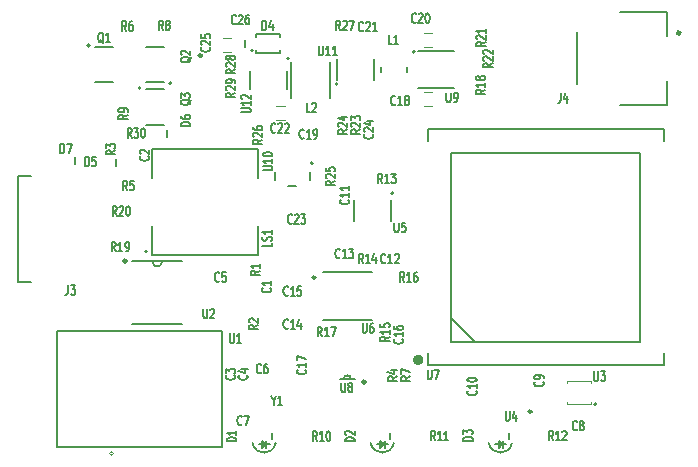
<source format=gbr>
%TF.GenerationSoftware,KiCad,Pcbnew,(5.1.9)-1*%
%TF.CreationDate,2021-03-02T05:03:43-05:00*%
%TF.ProjectId,Canary,43616e61-7279-42e6-9b69-6361645f7063,rev?*%
%TF.SameCoordinates,Original*%
%TF.FileFunction,Legend,Top*%
%TF.FilePolarity,Positive*%
%FSLAX46Y46*%
G04 Gerber Fmt 4.6, Leading zero omitted, Abs format (unit mm)*
G04 Created by KiCad (PCBNEW (5.1.9)-1) date 2021-03-02 05:03:43*
%MOMM*%
%LPD*%
G01*
G04 APERTURE LIST*
%ADD10C,0.127000*%
%ADD11C,0.200000*%
%ADD12C,0.150000*%
%ADD13C,0.250000*%
%ADD14C,0.500000*%
%ADD15C,0.300000*%
%ADD16C,0.100000*%
%ADD17C,0.120000*%
%ADD18C,0.152400*%
%ADD19C,0.240000*%
G04 APERTURE END LIST*
D10*
%TO.C,U12*%
X62958500Y-55200000D02*
X62958500Y-53600000D01*
X59841500Y-53600000D02*
X59841500Y-55200000D01*
D11*
X63120000Y-52570000D02*
G75*
G03*
X63120000Y-52570000I-100000J0D01*
G01*
%TO.C,U9*%
X73765000Y-52000000D02*
G75*
G03*
X73765000Y-52000000I-100000J0D01*
G01*
D10*
X74025000Y-51942500D02*
X77075000Y-51942500D01*
X74025000Y-55057500D02*
X77075000Y-55057500D01*
D12*
%TO.C,D7*%
X44950000Y-61550000D02*
X44950000Y-60950000D01*
%TO.C,D6*%
X52780000Y-58600000D02*
X52780000Y-59200000D01*
%TO.C,D5*%
X48450000Y-61680000D02*
X48450000Y-61080000D01*
D13*
%TO.C,U4*%
X83650000Y-82475000D02*
G75*
G03*
X83650000Y-82475000I-125000J0D01*
G01*
D12*
%TO.C,U7*%
X94850000Y-78550000D02*
X74850000Y-78550000D01*
X74850000Y-58550000D02*
X94850000Y-58550000D01*
X92850000Y-76550000D02*
X78850000Y-76550000D01*
X92850000Y-60550000D02*
X92850000Y-76550000D01*
X76850000Y-60550000D02*
X92850000Y-60550000D01*
X76850000Y-74550000D02*
X76850000Y-60550000D01*
X78850000Y-76550000D02*
X76850000Y-74550000D01*
X76850000Y-76550000D02*
X78850000Y-76550000D01*
X76850000Y-74550000D02*
X76850000Y-76550000D01*
X74850000Y-78550000D02*
X74850000Y-77550000D01*
X94850000Y-78550000D02*
X94850000Y-77550000D01*
X94850000Y-58550000D02*
X94850000Y-59550000D01*
X74850000Y-58550000D02*
X74850000Y-59550000D01*
D14*
X74250000Y-78100000D02*
G75*
G03*
X74250000Y-78100000I-200000J0D01*
G01*
D10*
%TO.C,J4*%
X91100000Y-56500000D02*
X95100000Y-56500000D01*
X87500000Y-50350000D02*
X87500000Y-54750000D01*
D15*
X96200000Y-50400000D02*
G75*
G03*
X96200000Y-50400000I-100000J0D01*
G01*
D10*
X95100000Y-48600000D02*
X91100000Y-48600000D01*
X95100000Y-50650000D02*
X95100000Y-48600000D01*
X95100000Y-56500000D02*
X95100000Y-54450000D01*
D16*
%TO.C,U3*%
X88650000Y-79850000D02*
X88650000Y-80050000D01*
X88650000Y-81650000D02*
X88650000Y-81850000D01*
X86650000Y-81650000D02*
X86650000Y-81850000D01*
X86650000Y-79850000D02*
X86650000Y-80050000D01*
D11*
X89050000Y-81750000D02*
X89050000Y-81750000D01*
X89050000Y-81950000D02*
X89050000Y-81950000D01*
D16*
X88650000Y-79850000D02*
X86650000Y-79850000D01*
X86650000Y-81850000D02*
X88650000Y-81850000D01*
D11*
X89050000Y-81750000D02*
G75*
G02*
X89050000Y-81950000I0J-100000D01*
G01*
X89050000Y-81950000D02*
G75*
G02*
X89050000Y-81750000I0J100000D01*
G01*
D10*
%TO.C,U11*%
X67155000Y-54380000D02*
X67155000Y-52620000D01*
X70295000Y-54380000D02*
X70295000Y-52620000D01*
D11*
X67225000Y-54750000D02*
G75*
G03*
X67225000Y-54750000I-100000J0D01*
G01*
D15*
%TO.C,J2*%
X55674400Y-52314400D02*
G75*
G03*
X55674400Y-52314400I-74400J0D01*
G01*
D17*
%TO.C,C18*%
X75200000Y-56600000D02*
X74500000Y-56600000D01*
X74500000Y-55400000D02*
X75200000Y-55400000D01*
%TO.C,C20*%
X75200000Y-51600000D02*
X74500000Y-51600000D01*
X74500000Y-50400000D02*
X75200000Y-50400000D01*
%TO.C,C22*%
X62050000Y-56600000D02*
X62750000Y-56600000D01*
X62750000Y-57800000D02*
X62050000Y-57800000D01*
%TO.C,C25*%
X57500000Y-50800000D02*
X58200000Y-50800000D01*
X58200000Y-52000000D02*
X57500000Y-52000000D01*
D12*
%TO.C,D4*%
X60030000Y-51900000D02*
G75*
G03*
X60030000Y-51900000I-80000J0D01*
G01*
D18*
X62378700Y-50738660D02*
X62378700Y-50499900D01*
X60321300Y-51861340D02*
X60321300Y-52100100D01*
X60321300Y-50499900D02*
X60321300Y-50738660D01*
X62378700Y-50499900D02*
X60321300Y-50499900D01*
X62378700Y-52100100D02*
X62378700Y-51861340D01*
X60321300Y-52100100D02*
X62378700Y-52100100D01*
D12*
X59350000Y-51600000D02*
X59350000Y-51000000D01*
D10*
%TO.C,U1*%
X43450000Y-75650000D02*
X43450000Y-85450000D01*
X43450000Y-85450000D02*
X57450000Y-85450000D01*
X57450000Y-85450000D02*
X57450000Y-75650000D01*
X57450000Y-75650000D02*
X43450000Y-75650000D01*
D16*
X48240000Y-86020000D02*
G75*
G03*
X48240000Y-86020000I-150000J0D01*
G01*
D11*
%TO.C,J3*%
X40150000Y-71470000D02*
X41300000Y-71470000D01*
X40150000Y-62530000D02*
X40150000Y-71470000D01*
X41300000Y-62530000D02*
X40150000Y-62530000D01*
D10*
%TO.C,L1*%
X70900000Y-53690000D02*
X70900000Y-53310000D01*
X73100000Y-53690000D02*
X73100000Y-53310000D01*
%TO.C,L2*%
X63280000Y-55900000D02*
X63280000Y-52900000D01*
X66620000Y-55900000D02*
X66620000Y-52900000D01*
D11*
%TO.C,LS1*%
X51120000Y-68920000D02*
G75*
G03*
X51120000Y-68920000I-100000J0D01*
G01*
D10*
X51520000Y-69220000D02*
X51520000Y-66740000D01*
X60520000Y-69220000D02*
X51520000Y-69220000D01*
X60520000Y-66740000D02*
X60520000Y-69220000D01*
X60520000Y-60220000D02*
X60520000Y-62700000D01*
X51520000Y-60220000D02*
X60520000Y-60220000D01*
X51520000Y-62700000D02*
X51520000Y-60220000D01*
%TO.C,Q1*%
X46695000Y-51561500D02*
X48195000Y-51561500D01*
X46695000Y-54588500D02*
X48195000Y-54588500D01*
D11*
X46245000Y-51475000D02*
G75*
G03*
X46245000Y-51475000I-100000J0D01*
G01*
D10*
%TO.C,Q2*%
X52500000Y-54588500D02*
X51000000Y-54588500D01*
X52500000Y-51561500D02*
X51000000Y-51561500D01*
D11*
X53150000Y-54675000D02*
G75*
G03*
X53150000Y-54675000I-100000J0D01*
G01*
D10*
%TO.C,Q3*%
X51000000Y-55161500D02*
X52500000Y-55161500D01*
X51000000Y-58188500D02*
X52500000Y-58188500D01*
D11*
X50550000Y-55075000D02*
G75*
G03*
X50550000Y-55075000I-100000J0D01*
G01*
D18*
%TO.C,U2*%
X49816400Y-75041600D02*
X54083600Y-75041600D01*
X54083600Y-69758400D02*
X49816400Y-69758400D01*
D15*
X49320000Y-69720000D02*
G75*
G03*
X49320000Y-69720000I-100000J0D01*
G01*
D12*
X52330131Y-69819999D02*
G75*
G02*
X51570001Y-69810001I-380131J-1D01*
G01*
D11*
%TO.C,U5*%
X71950000Y-63975000D02*
G75*
G03*
X71950000Y-63975000I-100000J0D01*
G01*
D10*
X68586000Y-64595000D02*
X68586000Y-66355000D01*
X71714000Y-64595000D02*
X71714000Y-66355000D01*
D19*
%TO.C,U6*%
X65345000Y-71100000D02*
G75*
G03*
X65345000Y-71100000I-120000J0D01*
G01*
D10*
X70125000Y-74750000D02*
X66025000Y-74750000D01*
X66025000Y-70650000D02*
X70125000Y-70650000D01*
D15*
%TO.C,U8*%
X69550000Y-79950000D02*
G75*
G03*
X69550000Y-79950000I-100000J0D01*
G01*
D18*
X68354800Y-79699400D02*
X68685000Y-79699400D01*
X67745200Y-79699400D02*
X68354800Y-79699400D01*
X67415000Y-79699400D02*
X67745200Y-79699400D01*
X67745200Y-79699400D02*
G75*
G02*
X68354800Y-79699400I304800J0D01*
G01*
D10*
%TO.C,U10*%
X61950000Y-62880000D02*
X61950000Y-62220000D01*
X63735000Y-63350000D02*
X63065000Y-63350000D01*
X64850000Y-62220000D02*
X64850000Y-62880000D01*
D11*
X65150000Y-61440000D02*
G75*
G03*
X65150000Y-61440000I-100000J0D01*
G01*
D12*
%TO.C,D1*%
X61000000Y-85200000D02*
X60900000Y-85150000D01*
X60850000Y-85400000D02*
X61000000Y-85200000D01*
X61200000Y-85250000D02*
X61500000Y-85250000D01*
X61200000Y-85550000D02*
X61200000Y-84950000D01*
X60850000Y-85250000D02*
X60550000Y-85250000D01*
X60850000Y-84950000D02*
X60850000Y-85550000D01*
X61150000Y-85250000D02*
X60850000Y-84950000D01*
X60850000Y-85550000D02*
X61150000Y-85250000D01*
X61700000Y-84750000D02*
X61700000Y-84250000D01*
X61980581Y-85146116D02*
G75*
G02*
X60019419Y-85146116I-980581J196116D01*
G01*
%TO.C,D2*%
X71000000Y-85200000D02*
X70900000Y-85150000D01*
X70850000Y-85400000D02*
X71000000Y-85200000D01*
X71200000Y-85250000D02*
X71500000Y-85250000D01*
X71200000Y-85550000D02*
X71200000Y-84950000D01*
X70850000Y-85250000D02*
X70550000Y-85250000D01*
X70850000Y-84950000D02*
X70850000Y-85550000D01*
X71150000Y-85250000D02*
X70850000Y-84950000D01*
X70850000Y-85550000D02*
X71150000Y-85250000D01*
X71700000Y-84750000D02*
X71700000Y-84250000D01*
X71980581Y-85146116D02*
G75*
G02*
X70019419Y-85146116I-980581J196116D01*
G01*
%TO.C,D3*%
X81000000Y-85200000D02*
X80900000Y-85150000D01*
X80850000Y-85400000D02*
X81000000Y-85200000D01*
X81200000Y-85250000D02*
X81500000Y-85250000D01*
X81200000Y-85550000D02*
X81200000Y-84950000D01*
X80850000Y-85250000D02*
X80550000Y-85250000D01*
X80850000Y-84950000D02*
X80850000Y-85550000D01*
X81150000Y-85250000D02*
X80850000Y-84950000D01*
X80850000Y-85550000D02*
X81150000Y-85250000D01*
X81700000Y-84750000D02*
X81700000Y-84250000D01*
X81980581Y-85146116D02*
G75*
G02*
X80019419Y-85146116I-980581J196116D01*
G01*
%TO.C,U12*%
X59061904Y-57142857D02*
X59709523Y-57142857D01*
X59785714Y-57114285D01*
X59823809Y-57085714D01*
X59861904Y-57028571D01*
X59861904Y-56914285D01*
X59823809Y-56857142D01*
X59785714Y-56828571D01*
X59709523Y-56800000D01*
X59061904Y-56800000D01*
X59861904Y-56200000D02*
X59861904Y-56542857D01*
X59861904Y-56371428D02*
X59061904Y-56371428D01*
X59176190Y-56428571D01*
X59252380Y-56485714D01*
X59290476Y-56542857D01*
X59138095Y-55971428D02*
X59100000Y-55942857D01*
X59061904Y-55885714D01*
X59061904Y-55742857D01*
X59100000Y-55685714D01*
X59138095Y-55657142D01*
X59214285Y-55628571D01*
X59290476Y-55628571D01*
X59404761Y-55657142D01*
X59861904Y-56000000D01*
X59861904Y-55628571D01*
%TO.C,U9*%
X76442857Y-55461904D02*
X76442857Y-56109523D01*
X76471428Y-56185714D01*
X76500000Y-56223809D01*
X76557142Y-56261904D01*
X76671428Y-56261904D01*
X76728571Y-56223809D01*
X76757142Y-56185714D01*
X76785714Y-56109523D01*
X76785714Y-55461904D01*
X77100000Y-56261904D02*
X77214285Y-56261904D01*
X77271428Y-56223809D01*
X77300000Y-56185714D01*
X77357142Y-56071428D01*
X77385714Y-55919047D01*
X77385714Y-55614285D01*
X77357142Y-55538095D01*
X77328571Y-55500000D01*
X77271428Y-55461904D01*
X77157142Y-55461904D01*
X77100000Y-55500000D01*
X77071428Y-55538095D01*
X77042857Y-55614285D01*
X77042857Y-55804761D01*
X77071428Y-55880952D01*
X77100000Y-55919047D01*
X77157142Y-55957142D01*
X77271428Y-55957142D01*
X77328571Y-55919047D01*
X77357142Y-55880952D01*
X77385714Y-55804761D01*
%TO.C,R30*%
X49784285Y-59281904D02*
X49584285Y-58900952D01*
X49441428Y-59281904D02*
X49441428Y-58481904D01*
X49670000Y-58481904D01*
X49727142Y-58520000D01*
X49755714Y-58558095D01*
X49784285Y-58634285D01*
X49784285Y-58748571D01*
X49755714Y-58824761D01*
X49727142Y-58862857D01*
X49670000Y-58900952D01*
X49441428Y-58900952D01*
X49984285Y-58481904D02*
X50355714Y-58481904D01*
X50155714Y-58786666D01*
X50241428Y-58786666D01*
X50298571Y-58824761D01*
X50327142Y-58862857D01*
X50355714Y-58939047D01*
X50355714Y-59129523D01*
X50327142Y-59205714D01*
X50298571Y-59243809D01*
X50241428Y-59281904D01*
X50070000Y-59281904D01*
X50012857Y-59243809D01*
X49984285Y-59205714D01*
X50727142Y-58481904D02*
X50784285Y-58481904D01*
X50841428Y-58520000D01*
X50870000Y-58558095D01*
X50898571Y-58634285D01*
X50927142Y-58786666D01*
X50927142Y-58977142D01*
X50898571Y-59129523D01*
X50870000Y-59205714D01*
X50841428Y-59243809D01*
X50784285Y-59281904D01*
X50727142Y-59281904D01*
X50670000Y-59243809D01*
X50641428Y-59205714D01*
X50612857Y-59129523D01*
X50584285Y-58977142D01*
X50584285Y-58786666D01*
X50612857Y-58634285D01*
X50641428Y-58558095D01*
X50670000Y-58520000D01*
X50727142Y-58481904D01*
%TO.C,D7*%
X43757142Y-60611904D02*
X43757142Y-59811904D01*
X43900000Y-59811904D01*
X43985714Y-59850000D01*
X44042857Y-59926190D01*
X44071428Y-60002380D01*
X44100000Y-60154761D01*
X44100000Y-60269047D01*
X44071428Y-60421428D01*
X44042857Y-60497619D01*
X43985714Y-60573809D01*
X43900000Y-60611904D01*
X43757142Y-60611904D01*
X44300000Y-59811904D02*
X44700000Y-59811904D01*
X44442857Y-60611904D01*
%TO.C,D6*%
X54761904Y-58282857D02*
X53961904Y-58282857D01*
X53961904Y-58140000D01*
X54000000Y-58054285D01*
X54076190Y-57997142D01*
X54152380Y-57968571D01*
X54304761Y-57940000D01*
X54419047Y-57940000D01*
X54571428Y-57968571D01*
X54647619Y-57997142D01*
X54723809Y-58054285D01*
X54761904Y-58140000D01*
X54761904Y-58282857D01*
X53961904Y-57425714D02*
X53961904Y-57540000D01*
X54000000Y-57597142D01*
X54038095Y-57625714D01*
X54152380Y-57682857D01*
X54304761Y-57711428D01*
X54609523Y-57711428D01*
X54685714Y-57682857D01*
X54723809Y-57654285D01*
X54761904Y-57597142D01*
X54761904Y-57482857D01*
X54723809Y-57425714D01*
X54685714Y-57397142D01*
X54609523Y-57368571D01*
X54419047Y-57368571D01*
X54342857Y-57397142D01*
X54304761Y-57425714D01*
X54266666Y-57482857D01*
X54266666Y-57597142D01*
X54304761Y-57654285D01*
X54342857Y-57682857D01*
X54419047Y-57711428D01*
%TO.C,D5*%
X45857142Y-61691904D02*
X45857142Y-60891904D01*
X46000000Y-60891904D01*
X46085714Y-60930000D01*
X46142857Y-61006190D01*
X46171428Y-61082380D01*
X46200000Y-61234761D01*
X46200000Y-61349047D01*
X46171428Y-61501428D01*
X46142857Y-61577619D01*
X46085714Y-61653809D01*
X46000000Y-61691904D01*
X45857142Y-61691904D01*
X46742857Y-60891904D02*
X46457142Y-60891904D01*
X46428571Y-61272857D01*
X46457142Y-61234761D01*
X46514285Y-61196666D01*
X46657142Y-61196666D01*
X46714285Y-61234761D01*
X46742857Y-61272857D01*
X46771428Y-61349047D01*
X46771428Y-61539523D01*
X46742857Y-61615714D01*
X46714285Y-61653809D01*
X46657142Y-61691904D01*
X46514285Y-61691904D01*
X46457142Y-61653809D01*
X46428571Y-61615714D01*
%TO.C,Y1*%
X61814285Y-81540952D02*
X61814285Y-81921904D01*
X61614285Y-81121904D02*
X61814285Y-81540952D01*
X62014285Y-81121904D01*
X62528571Y-81921904D02*
X62185714Y-81921904D01*
X62357142Y-81921904D02*
X62357142Y-81121904D01*
X62300000Y-81236190D01*
X62242857Y-81312380D01*
X62185714Y-81350476D01*
%TO.C,U4*%
X81442857Y-82461904D02*
X81442857Y-83109523D01*
X81471428Y-83185714D01*
X81500000Y-83223809D01*
X81557142Y-83261904D01*
X81671428Y-83261904D01*
X81728571Y-83223809D01*
X81757142Y-83185714D01*
X81785714Y-83109523D01*
X81785714Y-82461904D01*
X82328571Y-82728571D02*
X82328571Y-83261904D01*
X82185714Y-82423809D02*
X82042857Y-82995238D01*
X82414285Y-82995238D01*
%TO.C,U7*%
X74842857Y-78911904D02*
X74842857Y-79559523D01*
X74871428Y-79635714D01*
X74900000Y-79673809D01*
X74957142Y-79711904D01*
X75071428Y-79711904D01*
X75128571Y-79673809D01*
X75157142Y-79635714D01*
X75185714Y-79559523D01*
X75185714Y-78911904D01*
X75414285Y-78911904D02*
X75814285Y-78911904D01*
X75557142Y-79711904D01*
%TO.C,J4*%
X86100000Y-55511904D02*
X86100000Y-56083333D01*
X86071428Y-56197619D01*
X86014285Y-56273809D01*
X85928571Y-56311904D01*
X85871428Y-56311904D01*
X86642857Y-55778571D02*
X86642857Y-56311904D01*
X86500000Y-55473809D02*
X86357142Y-56045238D01*
X86728571Y-56045238D01*
%TO.C,U3*%
X88942857Y-79061904D02*
X88942857Y-79709523D01*
X88971428Y-79785714D01*
X89000000Y-79823809D01*
X89057142Y-79861904D01*
X89171428Y-79861904D01*
X89228571Y-79823809D01*
X89257142Y-79785714D01*
X89285714Y-79709523D01*
X89285714Y-79061904D01*
X89514285Y-79061904D02*
X89885714Y-79061904D01*
X89685714Y-79366666D01*
X89771428Y-79366666D01*
X89828571Y-79404761D01*
X89857142Y-79442857D01*
X89885714Y-79519047D01*
X89885714Y-79709523D01*
X89857142Y-79785714D01*
X89828571Y-79823809D01*
X89771428Y-79861904D01*
X89600000Y-79861904D01*
X89542857Y-79823809D01*
X89514285Y-79785714D01*
%TO.C,U11*%
X65632142Y-51511904D02*
X65632142Y-52159523D01*
X65660714Y-52235714D01*
X65689285Y-52273809D01*
X65746428Y-52311904D01*
X65860714Y-52311904D01*
X65917857Y-52273809D01*
X65946428Y-52235714D01*
X65975000Y-52159523D01*
X65975000Y-51511904D01*
X66575000Y-52311904D02*
X66232142Y-52311904D01*
X66403571Y-52311904D02*
X66403571Y-51511904D01*
X66346428Y-51626190D01*
X66289285Y-51702380D01*
X66232142Y-51740476D01*
X67146428Y-52311904D02*
X66803571Y-52311904D01*
X66975000Y-52311904D02*
X66975000Y-51511904D01*
X66917857Y-51626190D01*
X66860714Y-51702380D01*
X66803571Y-51740476D01*
%TO.C,R5*%
X49425000Y-63736904D02*
X49225000Y-63355952D01*
X49082142Y-63736904D02*
X49082142Y-62936904D01*
X49310714Y-62936904D01*
X49367857Y-62975000D01*
X49396428Y-63013095D01*
X49425000Y-63089285D01*
X49425000Y-63203571D01*
X49396428Y-63279761D01*
X49367857Y-63317857D01*
X49310714Y-63355952D01*
X49082142Y-63355952D01*
X49967857Y-62936904D02*
X49682142Y-62936904D01*
X49653571Y-63317857D01*
X49682142Y-63279761D01*
X49739285Y-63241666D01*
X49882142Y-63241666D01*
X49939285Y-63279761D01*
X49967857Y-63317857D01*
X49996428Y-63394047D01*
X49996428Y-63584523D01*
X49967857Y-63660714D01*
X49939285Y-63698809D01*
X49882142Y-63736904D01*
X49739285Y-63736904D01*
X49682142Y-63698809D01*
X49653571Y-63660714D01*
%TO.C,R3*%
X48411904Y-60350000D02*
X48030952Y-60550000D01*
X48411904Y-60692857D02*
X47611904Y-60692857D01*
X47611904Y-60464285D01*
X47650000Y-60407142D01*
X47688095Y-60378571D01*
X47764285Y-60350000D01*
X47878571Y-60350000D01*
X47954761Y-60378571D01*
X47992857Y-60407142D01*
X48030952Y-60464285D01*
X48030952Y-60692857D01*
X47611904Y-60150000D02*
X47611904Y-59778571D01*
X47916666Y-59978571D01*
X47916666Y-59892857D01*
X47954761Y-59835714D01*
X47992857Y-59807142D01*
X48069047Y-59778571D01*
X48259523Y-59778571D01*
X48335714Y-59807142D01*
X48373809Y-59835714D01*
X48411904Y-59892857D01*
X48411904Y-60064285D01*
X48373809Y-60121428D01*
X48335714Y-60150000D01*
%TO.C,C2*%
X51185714Y-60860000D02*
X51223809Y-60888571D01*
X51261904Y-60974285D01*
X51261904Y-61031428D01*
X51223809Y-61117142D01*
X51147619Y-61174285D01*
X51071428Y-61202857D01*
X50919047Y-61231428D01*
X50804761Y-61231428D01*
X50652380Y-61202857D01*
X50576190Y-61174285D01*
X50500000Y-61117142D01*
X50461904Y-61031428D01*
X50461904Y-60974285D01*
X50500000Y-60888571D01*
X50538095Y-60860000D01*
X50538095Y-60631428D02*
X50500000Y-60602857D01*
X50461904Y-60545714D01*
X50461904Y-60402857D01*
X50500000Y-60345714D01*
X50538095Y-60317142D01*
X50614285Y-60288571D01*
X50690476Y-60288571D01*
X50804761Y-60317142D01*
X51261904Y-60660000D01*
X51261904Y-60288571D01*
%TO.C,C1*%
X61535714Y-72000000D02*
X61573809Y-72028571D01*
X61611904Y-72114285D01*
X61611904Y-72171428D01*
X61573809Y-72257142D01*
X61497619Y-72314285D01*
X61421428Y-72342857D01*
X61269047Y-72371428D01*
X61154761Y-72371428D01*
X61002380Y-72342857D01*
X60926190Y-72314285D01*
X60850000Y-72257142D01*
X60811904Y-72171428D01*
X60811904Y-72114285D01*
X60850000Y-72028571D01*
X60888095Y-72000000D01*
X61611904Y-71428571D02*
X61611904Y-71771428D01*
X61611904Y-71600000D02*
X60811904Y-71600000D01*
X60926190Y-71657142D01*
X61002380Y-71714285D01*
X61040476Y-71771428D01*
%TO.C,C3*%
X58485714Y-79410000D02*
X58523809Y-79438571D01*
X58561904Y-79524285D01*
X58561904Y-79581428D01*
X58523809Y-79667142D01*
X58447619Y-79724285D01*
X58371428Y-79752857D01*
X58219047Y-79781428D01*
X58104761Y-79781428D01*
X57952380Y-79752857D01*
X57876190Y-79724285D01*
X57800000Y-79667142D01*
X57761904Y-79581428D01*
X57761904Y-79524285D01*
X57800000Y-79438571D01*
X57838095Y-79410000D01*
X57761904Y-79210000D02*
X57761904Y-78838571D01*
X58066666Y-79038571D01*
X58066666Y-78952857D01*
X58104761Y-78895714D01*
X58142857Y-78867142D01*
X58219047Y-78838571D01*
X58409523Y-78838571D01*
X58485714Y-78867142D01*
X58523809Y-78895714D01*
X58561904Y-78952857D01*
X58561904Y-79124285D01*
X58523809Y-79181428D01*
X58485714Y-79210000D01*
%TO.C,C4*%
X59535714Y-79410000D02*
X59573809Y-79438571D01*
X59611904Y-79524285D01*
X59611904Y-79581428D01*
X59573809Y-79667142D01*
X59497619Y-79724285D01*
X59421428Y-79752857D01*
X59269047Y-79781428D01*
X59154761Y-79781428D01*
X59002380Y-79752857D01*
X58926190Y-79724285D01*
X58850000Y-79667142D01*
X58811904Y-79581428D01*
X58811904Y-79524285D01*
X58850000Y-79438571D01*
X58888095Y-79410000D01*
X59078571Y-78895714D02*
X59611904Y-78895714D01*
X58773809Y-79038571D02*
X59345238Y-79181428D01*
X59345238Y-78810000D01*
%TO.C,C5*%
X57200000Y-71385714D02*
X57171428Y-71423809D01*
X57085714Y-71461904D01*
X57028571Y-71461904D01*
X56942857Y-71423809D01*
X56885714Y-71347619D01*
X56857142Y-71271428D01*
X56828571Y-71119047D01*
X56828571Y-71004761D01*
X56857142Y-70852380D01*
X56885714Y-70776190D01*
X56942857Y-70700000D01*
X57028571Y-70661904D01*
X57085714Y-70661904D01*
X57171428Y-70700000D01*
X57200000Y-70738095D01*
X57742857Y-70661904D02*
X57457142Y-70661904D01*
X57428571Y-71042857D01*
X57457142Y-71004761D01*
X57514285Y-70966666D01*
X57657142Y-70966666D01*
X57714285Y-71004761D01*
X57742857Y-71042857D01*
X57771428Y-71119047D01*
X57771428Y-71309523D01*
X57742857Y-71385714D01*
X57714285Y-71423809D01*
X57657142Y-71461904D01*
X57514285Y-71461904D01*
X57457142Y-71423809D01*
X57428571Y-71385714D01*
%TO.C,C6*%
X60750000Y-79135714D02*
X60721428Y-79173809D01*
X60635714Y-79211904D01*
X60578571Y-79211904D01*
X60492857Y-79173809D01*
X60435714Y-79097619D01*
X60407142Y-79021428D01*
X60378571Y-78869047D01*
X60378571Y-78754761D01*
X60407142Y-78602380D01*
X60435714Y-78526190D01*
X60492857Y-78450000D01*
X60578571Y-78411904D01*
X60635714Y-78411904D01*
X60721428Y-78450000D01*
X60750000Y-78488095D01*
X61264285Y-78411904D02*
X61150000Y-78411904D01*
X61092857Y-78450000D01*
X61064285Y-78488095D01*
X61007142Y-78602380D01*
X60978571Y-78754761D01*
X60978571Y-79059523D01*
X61007142Y-79135714D01*
X61035714Y-79173809D01*
X61092857Y-79211904D01*
X61207142Y-79211904D01*
X61264285Y-79173809D01*
X61292857Y-79135714D01*
X61321428Y-79059523D01*
X61321428Y-78869047D01*
X61292857Y-78792857D01*
X61264285Y-78754761D01*
X61207142Y-78716666D01*
X61092857Y-78716666D01*
X61035714Y-78754761D01*
X61007142Y-78792857D01*
X60978571Y-78869047D01*
%TO.C,C7*%
X59100000Y-83535714D02*
X59071428Y-83573809D01*
X58985714Y-83611904D01*
X58928571Y-83611904D01*
X58842857Y-83573809D01*
X58785714Y-83497619D01*
X58757142Y-83421428D01*
X58728571Y-83269047D01*
X58728571Y-83154761D01*
X58757142Y-83002380D01*
X58785714Y-82926190D01*
X58842857Y-82850000D01*
X58928571Y-82811904D01*
X58985714Y-82811904D01*
X59071428Y-82850000D01*
X59100000Y-82888095D01*
X59300000Y-82811904D02*
X59700000Y-82811904D01*
X59442857Y-83611904D01*
%TO.C,C8*%
X87500000Y-83985714D02*
X87471428Y-84023809D01*
X87385714Y-84061904D01*
X87328571Y-84061904D01*
X87242857Y-84023809D01*
X87185714Y-83947619D01*
X87157142Y-83871428D01*
X87128571Y-83719047D01*
X87128571Y-83604761D01*
X87157142Y-83452380D01*
X87185714Y-83376190D01*
X87242857Y-83300000D01*
X87328571Y-83261904D01*
X87385714Y-83261904D01*
X87471428Y-83300000D01*
X87500000Y-83338095D01*
X87842857Y-83604761D02*
X87785714Y-83566666D01*
X87757142Y-83528571D01*
X87728571Y-83452380D01*
X87728571Y-83414285D01*
X87757142Y-83338095D01*
X87785714Y-83300000D01*
X87842857Y-83261904D01*
X87957142Y-83261904D01*
X88014285Y-83300000D01*
X88042857Y-83338095D01*
X88071428Y-83414285D01*
X88071428Y-83452380D01*
X88042857Y-83528571D01*
X88014285Y-83566666D01*
X87957142Y-83604761D01*
X87842857Y-83604761D01*
X87785714Y-83642857D01*
X87757142Y-83680952D01*
X87728571Y-83757142D01*
X87728571Y-83909523D01*
X87757142Y-83985714D01*
X87785714Y-84023809D01*
X87842857Y-84061904D01*
X87957142Y-84061904D01*
X88014285Y-84023809D01*
X88042857Y-83985714D01*
X88071428Y-83909523D01*
X88071428Y-83757142D01*
X88042857Y-83680952D01*
X88014285Y-83642857D01*
X87957142Y-83604761D01*
%TO.C,C9*%
X84585714Y-79950000D02*
X84623809Y-79978571D01*
X84661904Y-80064285D01*
X84661904Y-80121428D01*
X84623809Y-80207142D01*
X84547619Y-80264285D01*
X84471428Y-80292857D01*
X84319047Y-80321428D01*
X84204761Y-80321428D01*
X84052380Y-80292857D01*
X83976190Y-80264285D01*
X83900000Y-80207142D01*
X83861904Y-80121428D01*
X83861904Y-80064285D01*
X83900000Y-79978571D01*
X83938095Y-79950000D01*
X84661904Y-79664285D02*
X84661904Y-79550000D01*
X84623809Y-79492857D01*
X84585714Y-79464285D01*
X84471428Y-79407142D01*
X84319047Y-79378571D01*
X84014285Y-79378571D01*
X83938095Y-79407142D01*
X83900000Y-79435714D01*
X83861904Y-79492857D01*
X83861904Y-79607142D01*
X83900000Y-79664285D01*
X83938095Y-79692857D01*
X84014285Y-79721428D01*
X84204761Y-79721428D01*
X84280952Y-79692857D01*
X84319047Y-79664285D01*
X84357142Y-79607142D01*
X84357142Y-79492857D01*
X84319047Y-79435714D01*
X84280952Y-79407142D01*
X84204761Y-79378571D01*
%TO.C,C10*%
X78935714Y-80735714D02*
X78973809Y-80764285D01*
X79011904Y-80850000D01*
X79011904Y-80907142D01*
X78973809Y-80992857D01*
X78897619Y-81050000D01*
X78821428Y-81078571D01*
X78669047Y-81107142D01*
X78554761Y-81107142D01*
X78402380Y-81078571D01*
X78326190Y-81050000D01*
X78250000Y-80992857D01*
X78211904Y-80907142D01*
X78211904Y-80850000D01*
X78250000Y-80764285D01*
X78288095Y-80735714D01*
X79011904Y-80164285D02*
X79011904Y-80507142D01*
X79011904Y-80335714D02*
X78211904Y-80335714D01*
X78326190Y-80392857D01*
X78402380Y-80450000D01*
X78440476Y-80507142D01*
X78211904Y-79792857D02*
X78211904Y-79735714D01*
X78250000Y-79678571D01*
X78288095Y-79650000D01*
X78364285Y-79621428D01*
X78516666Y-79592857D01*
X78707142Y-79592857D01*
X78859523Y-79621428D01*
X78935714Y-79650000D01*
X78973809Y-79678571D01*
X79011904Y-79735714D01*
X79011904Y-79792857D01*
X78973809Y-79850000D01*
X78935714Y-79878571D01*
X78859523Y-79907142D01*
X78707142Y-79935714D01*
X78516666Y-79935714D01*
X78364285Y-79907142D01*
X78288095Y-79878571D01*
X78250000Y-79850000D01*
X78211904Y-79792857D01*
%TO.C,C11*%
X68135714Y-64535714D02*
X68173809Y-64564285D01*
X68211904Y-64650000D01*
X68211904Y-64707142D01*
X68173809Y-64792857D01*
X68097619Y-64850000D01*
X68021428Y-64878571D01*
X67869047Y-64907142D01*
X67754761Y-64907142D01*
X67602380Y-64878571D01*
X67526190Y-64850000D01*
X67450000Y-64792857D01*
X67411904Y-64707142D01*
X67411904Y-64650000D01*
X67450000Y-64564285D01*
X67488095Y-64535714D01*
X68211904Y-63964285D02*
X68211904Y-64307142D01*
X68211904Y-64135714D02*
X67411904Y-64135714D01*
X67526190Y-64192857D01*
X67602380Y-64250000D01*
X67640476Y-64307142D01*
X68211904Y-63392857D02*
X68211904Y-63735714D01*
X68211904Y-63564285D02*
X67411904Y-63564285D01*
X67526190Y-63621428D01*
X67602380Y-63678571D01*
X67640476Y-63735714D01*
%TO.C,C12*%
X71274285Y-69835714D02*
X71245714Y-69873809D01*
X71160000Y-69911904D01*
X71102857Y-69911904D01*
X71017142Y-69873809D01*
X70960000Y-69797619D01*
X70931428Y-69721428D01*
X70902857Y-69569047D01*
X70902857Y-69454761D01*
X70931428Y-69302380D01*
X70960000Y-69226190D01*
X71017142Y-69150000D01*
X71102857Y-69111904D01*
X71160000Y-69111904D01*
X71245714Y-69150000D01*
X71274285Y-69188095D01*
X71845714Y-69911904D02*
X71502857Y-69911904D01*
X71674285Y-69911904D02*
X71674285Y-69111904D01*
X71617142Y-69226190D01*
X71560000Y-69302380D01*
X71502857Y-69340476D01*
X72074285Y-69188095D02*
X72102857Y-69150000D01*
X72160000Y-69111904D01*
X72302857Y-69111904D01*
X72360000Y-69150000D01*
X72388571Y-69188095D01*
X72417142Y-69264285D01*
X72417142Y-69340476D01*
X72388571Y-69454761D01*
X72045714Y-69911904D01*
X72417142Y-69911904D01*
%TO.C,C13*%
X67414285Y-69410714D02*
X67385714Y-69448809D01*
X67300000Y-69486904D01*
X67242857Y-69486904D01*
X67157142Y-69448809D01*
X67100000Y-69372619D01*
X67071428Y-69296428D01*
X67042857Y-69144047D01*
X67042857Y-69029761D01*
X67071428Y-68877380D01*
X67100000Y-68801190D01*
X67157142Y-68725000D01*
X67242857Y-68686904D01*
X67300000Y-68686904D01*
X67385714Y-68725000D01*
X67414285Y-68763095D01*
X67985714Y-69486904D02*
X67642857Y-69486904D01*
X67814285Y-69486904D02*
X67814285Y-68686904D01*
X67757142Y-68801190D01*
X67700000Y-68877380D01*
X67642857Y-68915476D01*
X68185714Y-68686904D02*
X68557142Y-68686904D01*
X68357142Y-68991666D01*
X68442857Y-68991666D01*
X68500000Y-69029761D01*
X68528571Y-69067857D01*
X68557142Y-69144047D01*
X68557142Y-69334523D01*
X68528571Y-69410714D01*
X68500000Y-69448809D01*
X68442857Y-69486904D01*
X68271428Y-69486904D01*
X68214285Y-69448809D01*
X68185714Y-69410714D01*
%TO.C,C14*%
X63014285Y-75385714D02*
X62985714Y-75423809D01*
X62900000Y-75461904D01*
X62842857Y-75461904D01*
X62757142Y-75423809D01*
X62700000Y-75347619D01*
X62671428Y-75271428D01*
X62642857Y-75119047D01*
X62642857Y-75004761D01*
X62671428Y-74852380D01*
X62700000Y-74776190D01*
X62757142Y-74700000D01*
X62842857Y-74661904D01*
X62900000Y-74661904D01*
X62985714Y-74700000D01*
X63014285Y-74738095D01*
X63585714Y-75461904D02*
X63242857Y-75461904D01*
X63414285Y-75461904D02*
X63414285Y-74661904D01*
X63357142Y-74776190D01*
X63300000Y-74852380D01*
X63242857Y-74890476D01*
X64100000Y-74928571D02*
X64100000Y-75461904D01*
X63957142Y-74623809D02*
X63814285Y-75195238D01*
X64185714Y-75195238D01*
%TO.C,C15*%
X63014285Y-72585714D02*
X62985714Y-72623809D01*
X62900000Y-72661904D01*
X62842857Y-72661904D01*
X62757142Y-72623809D01*
X62700000Y-72547619D01*
X62671428Y-72471428D01*
X62642857Y-72319047D01*
X62642857Y-72204761D01*
X62671428Y-72052380D01*
X62700000Y-71976190D01*
X62757142Y-71900000D01*
X62842857Y-71861904D01*
X62900000Y-71861904D01*
X62985714Y-71900000D01*
X63014285Y-71938095D01*
X63585714Y-72661904D02*
X63242857Y-72661904D01*
X63414285Y-72661904D02*
X63414285Y-71861904D01*
X63357142Y-71976190D01*
X63300000Y-72052380D01*
X63242857Y-72090476D01*
X64128571Y-71861904D02*
X63842857Y-71861904D01*
X63814285Y-72242857D01*
X63842857Y-72204761D01*
X63900000Y-72166666D01*
X64042857Y-72166666D01*
X64100000Y-72204761D01*
X64128571Y-72242857D01*
X64157142Y-72319047D01*
X64157142Y-72509523D01*
X64128571Y-72585714D01*
X64100000Y-72623809D01*
X64042857Y-72661904D01*
X63900000Y-72661904D01*
X63842857Y-72623809D01*
X63814285Y-72585714D01*
%TO.C,C16*%
X72685714Y-76335714D02*
X72723809Y-76364285D01*
X72761904Y-76450000D01*
X72761904Y-76507142D01*
X72723809Y-76592857D01*
X72647619Y-76650000D01*
X72571428Y-76678571D01*
X72419047Y-76707142D01*
X72304761Y-76707142D01*
X72152380Y-76678571D01*
X72076190Y-76650000D01*
X72000000Y-76592857D01*
X71961904Y-76507142D01*
X71961904Y-76450000D01*
X72000000Y-76364285D01*
X72038095Y-76335714D01*
X72761904Y-75764285D02*
X72761904Y-76107142D01*
X72761904Y-75935714D02*
X71961904Y-75935714D01*
X72076190Y-75992857D01*
X72152380Y-76050000D01*
X72190476Y-76107142D01*
X71961904Y-75250000D02*
X71961904Y-75364285D01*
X72000000Y-75421428D01*
X72038095Y-75450000D01*
X72152380Y-75507142D01*
X72304761Y-75535714D01*
X72609523Y-75535714D01*
X72685714Y-75507142D01*
X72723809Y-75478571D01*
X72761904Y-75421428D01*
X72761904Y-75307142D01*
X72723809Y-75250000D01*
X72685714Y-75221428D01*
X72609523Y-75192857D01*
X72419047Y-75192857D01*
X72342857Y-75221428D01*
X72304761Y-75250000D01*
X72266666Y-75307142D01*
X72266666Y-75421428D01*
X72304761Y-75478571D01*
X72342857Y-75507142D01*
X72419047Y-75535714D01*
%TO.C,C17*%
X64485714Y-78910714D02*
X64523809Y-78939285D01*
X64561904Y-79025000D01*
X64561904Y-79082142D01*
X64523809Y-79167857D01*
X64447619Y-79225000D01*
X64371428Y-79253571D01*
X64219047Y-79282142D01*
X64104761Y-79282142D01*
X63952380Y-79253571D01*
X63876190Y-79225000D01*
X63800000Y-79167857D01*
X63761904Y-79082142D01*
X63761904Y-79025000D01*
X63800000Y-78939285D01*
X63838095Y-78910714D01*
X64561904Y-78339285D02*
X64561904Y-78682142D01*
X64561904Y-78510714D02*
X63761904Y-78510714D01*
X63876190Y-78567857D01*
X63952380Y-78625000D01*
X63990476Y-78682142D01*
X63761904Y-78139285D02*
X63761904Y-77739285D01*
X64561904Y-77996428D01*
%TO.C,C18*%
X72114285Y-56435714D02*
X72085714Y-56473809D01*
X72000000Y-56511904D01*
X71942857Y-56511904D01*
X71857142Y-56473809D01*
X71800000Y-56397619D01*
X71771428Y-56321428D01*
X71742857Y-56169047D01*
X71742857Y-56054761D01*
X71771428Y-55902380D01*
X71800000Y-55826190D01*
X71857142Y-55750000D01*
X71942857Y-55711904D01*
X72000000Y-55711904D01*
X72085714Y-55750000D01*
X72114285Y-55788095D01*
X72685714Y-56511904D02*
X72342857Y-56511904D01*
X72514285Y-56511904D02*
X72514285Y-55711904D01*
X72457142Y-55826190D01*
X72400000Y-55902380D01*
X72342857Y-55940476D01*
X73028571Y-56054761D02*
X72971428Y-56016666D01*
X72942857Y-55978571D01*
X72914285Y-55902380D01*
X72914285Y-55864285D01*
X72942857Y-55788095D01*
X72971428Y-55750000D01*
X73028571Y-55711904D01*
X73142857Y-55711904D01*
X73200000Y-55750000D01*
X73228571Y-55788095D01*
X73257142Y-55864285D01*
X73257142Y-55902380D01*
X73228571Y-55978571D01*
X73200000Y-56016666D01*
X73142857Y-56054761D01*
X73028571Y-56054761D01*
X72971428Y-56092857D01*
X72942857Y-56130952D01*
X72914285Y-56207142D01*
X72914285Y-56359523D01*
X72942857Y-56435714D01*
X72971428Y-56473809D01*
X73028571Y-56511904D01*
X73142857Y-56511904D01*
X73200000Y-56473809D01*
X73228571Y-56435714D01*
X73257142Y-56359523D01*
X73257142Y-56207142D01*
X73228571Y-56130952D01*
X73200000Y-56092857D01*
X73142857Y-56054761D01*
%TO.C,C19*%
X64364285Y-59285714D02*
X64335714Y-59323809D01*
X64250000Y-59361904D01*
X64192857Y-59361904D01*
X64107142Y-59323809D01*
X64050000Y-59247619D01*
X64021428Y-59171428D01*
X63992857Y-59019047D01*
X63992857Y-58904761D01*
X64021428Y-58752380D01*
X64050000Y-58676190D01*
X64107142Y-58600000D01*
X64192857Y-58561904D01*
X64250000Y-58561904D01*
X64335714Y-58600000D01*
X64364285Y-58638095D01*
X64935714Y-59361904D02*
X64592857Y-59361904D01*
X64764285Y-59361904D02*
X64764285Y-58561904D01*
X64707142Y-58676190D01*
X64650000Y-58752380D01*
X64592857Y-58790476D01*
X65221428Y-59361904D02*
X65335714Y-59361904D01*
X65392857Y-59323809D01*
X65421428Y-59285714D01*
X65478571Y-59171428D01*
X65507142Y-59019047D01*
X65507142Y-58714285D01*
X65478571Y-58638095D01*
X65450000Y-58600000D01*
X65392857Y-58561904D01*
X65278571Y-58561904D01*
X65221428Y-58600000D01*
X65192857Y-58638095D01*
X65164285Y-58714285D01*
X65164285Y-58904761D01*
X65192857Y-58980952D01*
X65221428Y-59019047D01*
X65278571Y-59057142D01*
X65392857Y-59057142D01*
X65450000Y-59019047D01*
X65478571Y-58980952D01*
X65507142Y-58904761D01*
%TO.C,C20*%
X73864285Y-49485714D02*
X73835714Y-49523809D01*
X73750000Y-49561904D01*
X73692857Y-49561904D01*
X73607142Y-49523809D01*
X73550000Y-49447619D01*
X73521428Y-49371428D01*
X73492857Y-49219047D01*
X73492857Y-49104761D01*
X73521428Y-48952380D01*
X73550000Y-48876190D01*
X73607142Y-48800000D01*
X73692857Y-48761904D01*
X73750000Y-48761904D01*
X73835714Y-48800000D01*
X73864285Y-48838095D01*
X74092857Y-48838095D02*
X74121428Y-48800000D01*
X74178571Y-48761904D01*
X74321428Y-48761904D01*
X74378571Y-48800000D01*
X74407142Y-48838095D01*
X74435714Y-48914285D01*
X74435714Y-48990476D01*
X74407142Y-49104761D01*
X74064285Y-49561904D01*
X74435714Y-49561904D01*
X74807142Y-48761904D02*
X74864285Y-48761904D01*
X74921428Y-48800000D01*
X74950000Y-48838095D01*
X74978571Y-48914285D01*
X75007142Y-49066666D01*
X75007142Y-49257142D01*
X74978571Y-49409523D01*
X74950000Y-49485714D01*
X74921428Y-49523809D01*
X74864285Y-49561904D01*
X74807142Y-49561904D01*
X74750000Y-49523809D01*
X74721428Y-49485714D01*
X74692857Y-49409523D01*
X74664285Y-49257142D01*
X74664285Y-49066666D01*
X74692857Y-48914285D01*
X74721428Y-48838095D01*
X74750000Y-48800000D01*
X74807142Y-48761904D01*
%TO.C,C21*%
X69389285Y-50185714D02*
X69360714Y-50223809D01*
X69275000Y-50261904D01*
X69217857Y-50261904D01*
X69132142Y-50223809D01*
X69075000Y-50147619D01*
X69046428Y-50071428D01*
X69017857Y-49919047D01*
X69017857Y-49804761D01*
X69046428Y-49652380D01*
X69075000Y-49576190D01*
X69132142Y-49500000D01*
X69217857Y-49461904D01*
X69275000Y-49461904D01*
X69360714Y-49500000D01*
X69389285Y-49538095D01*
X69617857Y-49538095D02*
X69646428Y-49500000D01*
X69703571Y-49461904D01*
X69846428Y-49461904D01*
X69903571Y-49500000D01*
X69932142Y-49538095D01*
X69960714Y-49614285D01*
X69960714Y-49690476D01*
X69932142Y-49804761D01*
X69589285Y-50261904D01*
X69960714Y-50261904D01*
X70532142Y-50261904D02*
X70189285Y-50261904D01*
X70360714Y-50261904D02*
X70360714Y-49461904D01*
X70303571Y-49576190D01*
X70246428Y-49652380D01*
X70189285Y-49690476D01*
%TO.C,C22*%
X61964285Y-58785714D02*
X61935714Y-58823809D01*
X61850000Y-58861904D01*
X61792857Y-58861904D01*
X61707142Y-58823809D01*
X61650000Y-58747619D01*
X61621428Y-58671428D01*
X61592857Y-58519047D01*
X61592857Y-58404761D01*
X61621428Y-58252380D01*
X61650000Y-58176190D01*
X61707142Y-58100000D01*
X61792857Y-58061904D01*
X61850000Y-58061904D01*
X61935714Y-58100000D01*
X61964285Y-58138095D01*
X62192857Y-58138095D02*
X62221428Y-58100000D01*
X62278571Y-58061904D01*
X62421428Y-58061904D01*
X62478571Y-58100000D01*
X62507142Y-58138095D01*
X62535714Y-58214285D01*
X62535714Y-58290476D01*
X62507142Y-58404761D01*
X62164285Y-58861904D01*
X62535714Y-58861904D01*
X62764285Y-58138095D02*
X62792857Y-58100000D01*
X62850000Y-58061904D01*
X62992857Y-58061904D01*
X63050000Y-58100000D01*
X63078571Y-58138095D01*
X63107142Y-58214285D01*
X63107142Y-58290476D01*
X63078571Y-58404761D01*
X62735714Y-58861904D01*
X63107142Y-58861904D01*
%TO.C,C23*%
X63364285Y-66485714D02*
X63335714Y-66523809D01*
X63250000Y-66561904D01*
X63192857Y-66561904D01*
X63107142Y-66523809D01*
X63050000Y-66447619D01*
X63021428Y-66371428D01*
X62992857Y-66219047D01*
X62992857Y-66104761D01*
X63021428Y-65952380D01*
X63050000Y-65876190D01*
X63107142Y-65800000D01*
X63192857Y-65761904D01*
X63250000Y-65761904D01*
X63335714Y-65800000D01*
X63364285Y-65838095D01*
X63592857Y-65838095D02*
X63621428Y-65800000D01*
X63678571Y-65761904D01*
X63821428Y-65761904D01*
X63878571Y-65800000D01*
X63907142Y-65838095D01*
X63935714Y-65914285D01*
X63935714Y-65990476D01*
X63907142Y-66104761D01*
X63564285Y-66561904D01*
X63935714Y-66561904D01*
X64135714Y-65761904D02*
X64507142Y-65761904D01*
X64307142Y-66066666D01*
X64392857Y-66066666D01*
X64450000Y-66104761D01*
X64478571Y-66142857D01*
X64507142Y-66219047D01*
X64507142Y-66409523D01*
X64478571Y-66485714D01*
X64450000Y-66523809D01*
X64392857Y-66561904D01*
X64221428Y-66561904D01*
X64164285Y-66523809D01*
X64135714Y-66485714D01*
%TO.C,C24*%
X70185714Y-58985714D02*
X70223809Y-59014285D01*
X70261904Y-59100000D01*
X70261904Y-59157142D01*
X70223809Y-59242857D01*
X70147619Y-59300000D01*
X70071428Y-59328571D01*
X69919047Y-59357142D01*
X69804761Y-59357142D01*
X69652380Y-59328571D01*
X69576190Y-59300000D01*
X69500000Y-59242857D01*
X69461904Y-59157142D01*
X69461904Y-59100000D01*
X69500000Y-59014285D01*
X69538095Y-58985714D01*
X69538095Y-58757142D02*
X69500000Y-58728571D01*
X69461904Y-58671428D01*
X69461904Y-58528571D01*
X69500000Y-58471428D01*
X69538095Y-58442857D01*
X69614285Y-58414285D01*
X69690476Y-58414285D01*
X69804761Y-58442857D01*
X70261904Y-58785714D01*
X70261904Y-58414285D01*
X69728571Y-57900000D02*
X70261904Y-57900000D01*
X69423809Y-58042857D02*
X69995238Y-58185714D01*
X69995238Y-57814285D01*
%TO.C,C25*%
X56385714Y-51635714D02*
X56423809Y-51664285D01*
X56461904Y-51750000D01*
X56461904Y-51807142D01*
X56423809Y-51892857D01*
X56347619Y-51950000D01*
X56271428Y-51978571D01*
X56119047Y-52007142D01*
X56004761Y-52007142D01*
X55852380Y-51978571D01*
X55776190Y-51950000D01*
X55700000Y-51892857D01*
X55661904Y-51807142D01*
X55661904Y-51750000D01*
X55700000Y-51664285D01*
X55738095Y-51635714D01*
X55738095Y-51407142D02*
X55700000Y-51378571D01*
X55661904Y-51321428D01*
X55661904Y-51178571D01*
X55700000Y-51121428D01*
X55738095Y-51092857D01*
X55814285Y-51064285D01*
X55890476Y-51064285D01*
X56004761Y-51092857D01*
X56461904Y-51435714D01*
X56461904Y-51064285D01*
X55661904Y-50521428D02*
X55661904Y-50807142D01*
X56042857Y-50835714D01*
X56004761Y-50807142D01*
X55966666Y-50750000D01*
X55966666Y-50607142D01*
X56004761Y-50550000D01*
X56042857Y-50521428D01*
X56119047Y-50492857D01*
X56309523Y-50492857D01*
X56385714Y-50521428D01*
X56423809Y-50550000D01*
X56461904Y-50607142D01*
X56461904Y-50750000D01*
X56423809Y-50807142D01*
X56385714Y-50835714D01*
%TO.C,C26*%
X58614285Y-49585714D02*
X58585714Y-49623809D01*
X58500000Y-49661904D01*
X58442857Y-49661904D01*
X58357142Y-49623809D01*
X58300000Y-49547619D01*
X58271428Y-49471428D01*
X58242857Y-49319047D01*
X58242857Y-49204761D01*
X58271428Y-49052380D01*
X58300000Y-48976190D01*
X58357142Y-48900000D01*
X58442857Y-48861904D01*
X58500000Y-48861904D01*
X58585714Y-48900000D01*
X58614285Y-48938095D01*
X58842857Y-48938095D02*
X58871428Y-48900000D01*
X58928571Y-48861904D01*
X59071428Y-48861904D01*
X59128571Y-48900000D01*
X59157142Y-48938095D01*
X59185714Y-49014285D01*
X59185714Y-49090476D01*
X59157142Y-49204761D01*
X58814285Y-49661904D01*
X59185714Y-49661904D01*
X59700000Y-48861904D02*
X59585714Y-48861904D01*
X59528571Y-48900000D01*
X59500000Y-48938095D01*
X59442857Y-49052380D01*
X59414285Y-49204761D01*
X59414285Y-49509523D01*
X59442857Y-49585714D01*
X59471428Y-49623809D01*
X59528571Y-49661904D01*
X59642857Y-49661904D01*
X59700000Y-49623809D01*
X59728571Y-49585714D01*
X59757142Y-49509523D01*
X59757142Y-49319047D01*
X59728571Y-49242857D01*
X59700000Y-49204761D01*
X59642857Y-49166666D01*
X59528571Y-49166666D01*
X59471428Y-49204761D01*
X59442857Y-49242857D01*
X59414285Y-49319047D01*
%TO.C,D4*%
X60857142Y-50161904D02*
X60857142Y-49361904D01*
X61000000Y-49361904D01*
X61085714Y-49400000D01*
X61142857Y-49476190D01*
X61171428Y-49552380D01*
X61200000Y-49704761D01*
X61200000Y-49819047D01*
X61171428Y-49971428D01*
X61142857Y-50047619D01*
X61085714Y-50123809D01*
X61000000Y-50161904D01*
X60857142Y-50161904D01*
X61714285Y-49628571D02*
X61714285Y-50161904D01*
X61571428Y-49323809D02*
X61428571Y-49895238D01*
X61800000Y-49895238D01*
%TO.C,U1*%
X58102857Y-75831904D02*
X58102857Y-76479523D01*
X58131428Y-76555714D01*
X58160000Y-76593809D01*
X58217142Y-76631904D01*
X58331428Y-76631904D01*
X58388571Y-76593809D01*
X58417142Y-76555714D01*
X58445714Y-76479523D01*
X58445714Y-75831904D01*
X59045714Y-76631904D02*
X58702857Y-76631904D01*
X58874285Y-76631904D02*
X58874285Y-75831904D01*
X58817142Y-75946190D01*
X58760000Y-76022380D01*
X58702857Y-76060476D01*
%TO.C,J3*%
X44390000Y-71771904D02*
X44390000Y-72343333D01*
X44361428Y-72457619D01*
X44304285Y-72533809D01*
X44218571Y-72571904D01*
X44161428Y-72571904D01*
X44618571Y-71771904D02*
X44990000Y-71771904D01*
X44790000Y-72076666D01*
X44875714Y-72076666D01*
X44932857Y-72114761D01*
X44961428Y-72152857D01*
X44990000Y-72229047D01*
X44990000Y-72419523D01*
X44961428Y-72495714D01*
X44932857Y-72533809D01*
X44875714Y-72571904D01*
X44704285Y-72571904D01*
X44647142Y-72533809D01*
X44618571Y-72495714D01*
%TO.C,L1*%
X71850000Y-51361904D02*
X71564285Y-51361904D01*
X71564285Y-50561904D01*
X72364285Y-51361904D02*
X72021428Y-51361904D01*
X72192857Y-51361904D02*
X72192857Y-50561904D01*
X72135714Y-50676190D01*
X72078571Y-50752380D01*
X72021428Y-50790476D01*
%TO.C,L2*%
X64900000Y-57111904D02*
X64614285Y-57111904D01*
X64614285Y-56311904D01*
X65071428Y-56388095D02*
X65100000Y-56350000D01*
X65157142Y-56311904D01*
X65300000Y-56311904D01*
X65357142Y-56350000D01*
X65385714Y-56388095D01*
X65414285Y-56464285D01*
X65414285Y-56540476D01*
X65385714Y-56654761D01*
X65042857Y-57111904D01*
X65414285Y-57111904D01*
%TO.C,LS1*%
X61661904Y-68185714D02*
X61661904Y-68471428D01*
X60861904Y-68471428D01*
X61623809Y-68014285D02*
X61661904Y-67928571D01*
X61661904Y-67785714D01*
X61623809Y-67728571D01*
X61585714Y-67700000D01*
X61509523Y-67671428D01*
X61433333Y-67671428D01*
X61357142Y-67700000D01*
X61319047Y-67728571D01*
X61280952Y-67785714D01*
X61242857Y-67900000D01*
X61204761Y-67957142D01*
X61166666Y-67985714D01*
X61090476Y-68014285D01*
X61014285Y-68014285D01*
X60938095Y-67985714D01*
X60900000Y-67957142D01*
X60861904Y-67900000D01*
X60861904Y-67757142D01*
X60900000Y-67671428D01*
X61661904Y-67100000D02*
X61661904Y-67442857D01*
X61661904Y-67271428D02*
X60861904Y-67271428D01*
X60976190Y-67328571D01*
X61052380Y-67385714D01*
X61090476Y-67442857D01*
%TO.C,Q1*%
X47392857Y-51263095D02*
X47335714Y-51225000D01*
X47278571Y-51148809D01*
X47192857Y-51034523D01*
X47135714Y-50996428D01*
X47078571Y-50996428D01*
X47107142Y-51186904D02*
X47050000Y-51148809D01*
X46992857Y-51072619D01*
X46964285Y-50920238D01*
X46964285Y-50653571D01*
X46992857Y-50501190D01*
X47050000Y-50425000D01*
X47107142Y-50386904D01*
X47221428Y-50386904D01*
X47278571Y-50425000D01*
X47335714Y-50501190D01*
X47364285Y-50653571D01*
X47364285Y-50920238D01*
X47335714Y-51072619D01*
X47278571Y-51148809D01*
X47221428Y-51186904D01*
X47107142Y-51186904D01*
X47935714Y-51186904D02*
X47592857Y-51186904D01*
X47764285Y-51186904D02*
X47764285Y-50386904D01*
X47707142Y-50501190D01*
X47650000Y-50577380D01*
X47592857Y-50615476D01*
%TO.C,Q2*%
X54838095Y-52457142D02*
X54800000Y-52514285D01*
X54723809Y-52571428D01*
X54609523Y-52657142D01*
X54571428Y-52714285D01*
X54571428Y-52771428D01*
X54761904Y-52742857D02*
X54723809Y-52800000D01*
X54647619Y-52857142D01*
X54495238Y-52885714D01*
X54228571Y-52885714D01*
X54076190Y-52857142D01*
X54000000Y-52800000D01*
X53961904Y-52742857D01*
X53961904Y-52628571D01*
X54000000Y-52571428D01*
X54076190Y-52514285D01*
X54228571Y-52485714D01*
X54495238Y-52485714D01*
X54647619Y-52514285D01*
X54723809Y-52571428D01*
X54761904Y-52628571D01*
X54761904Y-52742857D01*
X54038095Y-52257142D02*
X54000000Y-52228571D01*
X53961904Y-52171428D01*
X53961904Y-52028571D01*
X54000000Y-51971428D01*
X54038095Y-51942857D01*
X54114285Y-51914285D01*
X54190476Y-51914285D01*
X54304761Y-51942857D01*
X54761904Y-52285714D01*
X54761904Y-51914285D01*
%TO.C,Q3*%
X54838095Y-56057142D02*
X54800000Y-56114285D01*
X54723809Y-56171428D01*
X54609523Y-56257142D01*
X54571428Y-56314285D01*
X54571428Y-56371428D01*
X54761904Y-56342857D02*
X54723809Y-56400000D01*
X54647619Y-56457142D01*
X54495238Y-56485714D01*
X54228571Y-56485714D01*
X54076190Y-56457142D01*
X54000000Y-56400000D01*
X53961904Y-56342857D01*
X53961904Y-56228571D01*
X54000000Y-56171428D01*
X54076190Y-56114285D01*
X54228571Y-56085714D01*
X54495238Y-56085714D01*
X54647619Y-56114285D01*
X54723809Y-56171428D01*
X54761904Y-56228571D01*
X54761904Y-56342857D01*
X53961904Y-55885714D02*
X53961904Y-55514285D01*
X54266666Y-55714285D01*
X54266666Y-55628571D01*
X54304761Y-55571428D01*
X54342857Y-55542857D01*
X54419047Y-55514285D01*
X54609523Y-55514285D01*
X54685714Y-55542857D01*
X54723809Y-55571428D01*
X54761904Y-55628571D01*
X54761904Y-55800000D01*
X54723809Y-55857142D01*
X54685714Y-55885714D01*
%TO.C,R1*%
X60651904Y-70550000D02*
X60270952Y-70750000D01*
X60651904Y-70892857D02*
X59851904Y-70892857D01*
X59851904Y-70664285D01*
X59890000Y-70607142D01*
X59928095Y-70578571D01*
X60004285Y-70550000D01*
X60118571Y-70550000D01*
X60194761Y-70578571D01*
X60232857Y-70607142D01*
X60270952Y-70664285D01*
X60270952Y-70892857D01*
X60651904Y-69978571D02*
X60651904Y-70321428D01*
X60651904Y-70150000D02*
X59851904Y-70150000D01*
X59966190Y-70207142D01*
X60042380Y-70264285D01*
X60080476Y-70321428D01*
%TO.C,R2*%
X60511904Y-75150000D02*
X60130952Y-75350000D01*
X60511904Y-75492857D02*
X59711904Y-75492857D01*
X59711904Y-75264285D01*
X59750000Y-75207142D01*
X59788095Y-75178571D01*
X59864285Y-75150000D01*
X59978571Y-75150000D01*
X60054761Y-75178571D01*
X60092857Y-75207142D01*
X60130952Y-75264285D01*
X60130952Y-75492857D01*
X59788095Y-74921428D02*
X59750000Y-74892857D01*
X59711904Y-74835714D01*
X59711904Y-74692857D01*
X59750000Y-74635714D01*
X59788095Y-74607142D01*
X59864285Y-74578571D01*
X59940476Y-74578571D01*
X60054761Y-74607142D01*
X60511904Y-74950000D01*
X60511904Y-74578571D01*
%TO.C,R4*%
X72261904Y-79500000D02*
X71880952Y-79700000D01*
X72261904Y-79842857D02*
X71461904Y-79842857D01*
X71461904Y-79614285D01*
X71500000Y-79557142D01*
X71538095Y-79528571D01*
X71614285Y-79500000D01*
X71728571Y-79500000D01*
X71804761Y-79528571D01*
X71842857Y-79557142D01*
X71880952Y-79614285D01*
X71880952Y-79842857D01*
X71728571Y-78985714D02*
X72261904Y-78985714D01*
X71423809Y-79128571D02*
X71995238Y-79271428D01*
X71995238Y-78900000D01*
%TO.C,R6*%
X49325000Y-50236904D02*
X49125000Y-49855952D01*
X48982142Y-50236904D02*
X48982142Y-49436904D01*
X49210714Y-49436904D01*
X49267857Y-49475000D01*
X49296428Y-49513095D01*
X49325000Y-49589285D01*
X49325000Y-49703571D01*
X49296428Y-49779761D01*
X49267857Y-49817857D01*
X49210714Y-49855952D01*
X48982142Y-49855952D01*
X49839285Y-49436904D02*
X49725000Y-49436904D01*
X49667857Y-49475000D01*
X49639285Y-49513095D01*
X49582142Y-49627380D01*
X49553571Y-49779761D01*
X49553571Y-50084523D01*
X49582142Y-50160714D01*
X49610714Y-50198809D01*
X49667857Y-50236904D01*
X49782142Y-50236904D01*
X49839285Y-50198809D01*
X49867857Y-50160714D01*
X49896428Y-50084523D01*
X49896428Y-49894047D01*
X49867857Y-49817857D01*
X49839285Y-49779761D01*
X49782142Y-49741666D01*
X49667857Y-49741666D01*
X49610714Y-49779761D01*
X49582142Y-49817857D01*
X49553571Y-49894047D01*
%TO.C,R7*%
X73361904Y-79500000D02*
X72980952Y-79700000D01*
X73361904Y-79842857D02*
X72561904Y-79842857D01*
X72561904Y-79614285D01*
X72600000Y-79557142D01*
X72638095Y-79528571D01*
X72714285Y-79500000D01*
X72828571Y-79500000D01*
X72904761Y-79528571D01*
X72942857Y-79557142D01*
X72980952Y-79614285D01*
X72980952Y-79842857D01*
X72561904Y-79300000D02*
X72561904Y-78900000D01*
X73361904Y-79157142D01*
%TO.C,R8*%
X52450000Y-50161904D02*
X52250000Y-49780952D01*
X52107142Y-50161904D02*
X52107142Y-49361904D01*
X52335714Y-49361904D01*
X52392857Y-49400000D01*
X52421428Y-49438095D01*
X52450000Y-49514285D01*
X52450000Y-49628571D01*
X52421428Y-49704761D01*
X52392857Y-49742857D01*
X52335714Y-49780952D01*
X52107142Y-49780952D01*
X52792857Y-49704761D02*
X52735714Y-49666666D01*
X52707142Y-49628571D01*
X52678571Y-49552380D01*
X52678571Y-49514285D01*
X52707142Y-49438095D01*
X52735714Y-49400000D01*
X52792857Y-49361904D01*
X52907142Y-49361904D01*
X52964285Y-49400000D01*
X52992857Y-49438095D01*
X53021428Y-49514285D01*
X53021428Y-49552380D01*
X52992857Y-49628571D01*
X52964285Y-49666666D01*
X52907142Y-49704761D01*
X52792857Y-49704761D01*
X52735714Y-49742857D01*
X52707142Y-49780952D01*
X52678571Y-49857142D01*
X52678571Y-50009523D01*
X52707142Y-50085714D01*
X52735714Y-50123809D01*
X52792857Y-50161904D01*
X52907142Y-50161904D01*
X52964285Y-50123809D01*
X52992857Y-50085714D01*
X53021428Y-50009523D01*
X53021428Y-49857142D01*
X52992857Y-49780952D01*
X52964285Y-49742857D01*
X52907142Y-49704761D01*
%TO.C,R9*%
X49461904Y-57350000D02*
X49080952Y-57550000D01*
X49461904Y-57692857D02*
X48661904Y-57692857D01*
X48661904Y-57464285D01*
X48700000Y-57407142D01*
X48738095Y-57378571D01*
X48814285Y-57350000D01*
X48928571Y-57350000D01*
X49004761Y-57378571D01*
X49042857Y-57407142D01*
X49080952Y-57464285D01*
X49080952Y-57692857D01*
X49461904Y-57064285D02*
X49461904Y-56950000D01*
X49423809Y-56892857D01*
X49385714Y-56864285D01*
X49271428Y-56807142D01*
X49119047Y-56778571D01*
X48814285Y-56778571D01*
X48738095Y-56807142D01*
X48700000Y-56835714D01*
X48661904Y-56892857D01*
X48661904Y-57007142D01*
X48700000Y-57064285D01*
X48738095Y-57092857D01*
X48814285Y-57121428D01*
X49004761Y-57121428D01*
X49080952Y-57092857D01*
X49119047Y-57064285D01*
X49157142Y-57007142D01*
X49157142Y-56892857D01*
X49119047Y-56835714D01*
X49080952Y-56807142D01*
X49004761Y-56778571D01*
%TO.C,R10*%
X65474285Y-84921904D02*
X65274285Y-84540952D01*
X65131428Y-84921904D02*
X65131428Y-84121904D01*
X65360000Y-84121904D01*
X65417142Y-84160000D01*
X65445714Y-84198095D01*
X65474285Y-84274285D01*
X65474285Y-84388571D01*
X65445714Y-84464761D01*
X65417142Y-84502857D01*
X65360000Y-84540952D01*
X65131428Y-84540952D01*
X66045714Y-84921904D02*
X65702857Y-84921904D01*
X65874285Y-84921904D02*
X65874285Y-84121904D01*
X65817142Y-84236190D01*
X65760000Y-84312380D01*
X65702857Y-84350476D01*
X66417142Y-84121904D02*
X66474285Y-84121904D01*
X66531428Y-84160000D01*
X66560000Y-84198095D01*
X66588571Y-84274285D01*
X66617142Y-84426666D01*
X66617142Y-84617142D01*
X66588571Y-84769523D01*
X66560000Y-84845714D01*
X66531428Y-84883809D01*
X66474285Y-84921904D01*
X66417142Y-84921904D01*
X66360000Y-84883809D01*
X66331428Y-84845714D01*
X66302857Y-84769523D01*
X66274285Y-84617142D01*
X66274285Y-84426666D01*
X66302857Y-84274285D01*
X66331428Y-84198095D01*
X66360000Y-84160000D01*
X66417142Y-84121904D01*
%TO.C,R11*%
X75464285Y-84911904D02*
X75264285Y-84530952D01*
X75121428Y-84911904D02*
X75121428Y-84111904D01*
X75350000Y-84111904D01*
X75407142Y-84150000D01*
X75435714Y-84188095D01*
X75464285Y-84264285D01*
X75464285Y-84378571D01*
X75435714Y-84454761D01*
X75407142Y-84492857D01*
X75350000Y-84530952D01*
X75121428Y-84530952D01*
X76035714Y-84911904D02*
X75692857Y-84911904D01*
X75864285Y-84911904D02*
X75864285Y-84111904D01*
X75807142Y-84226190D01*
X75750000Y-84302380D01*
X75692857Y-84340476D01*
X76607142Y-84911904D02*
X76264285Y-84911904D01*
X76435714Y-84911904D02*
X76435714Y-84111904D01*
X76378571Y-84226190D01*
X76321428Y-84302380D01*
X76264285Y-84340476D01*
%TO.C,R12*%
X85464285Y-84911904D02*
X85264285Y-84530952D01*
X85121428Y-84911904D02*
X85121428Y-84111904D01*
X85350000Y-84111904D01*
X85407142Y-84150000D01*
X85435714Y-84188095D01*
X85464285Y-84264285D01*
X85464285Y-84378571D01*
X85435714Y-84454761D01*
X85407142Y-84492857D01*
X85350000Y-84530952D01*
X85121428Y-84530952D01*
X86035714Y-84911904D02*
X85692857Y-84911904D01*
X85864285Y-84911904D02*
X85864285Y-84111904D01*
X85807142Y-84226190D01*
X85750000Y-84302380D01*
X85692857Y-84340476D01*
X86264285Y-84188095D02*
X86292857Y-84150000D01*
X86350000Y-84111904D01*
X86492857Y-84111904D01*
X86550000Y-84150000D01*
X86578571Y-84188095D01*
X86607142Y-84264285D01*
X86607142Y-84340476D01*
X86578571Y-84454761D01*
X86235714Y-84911904D01*
X86607142Y-84911904D01*
%TO.C,R13*%
X71014285Y-63136904D02*
X70814285Y-62755952D01*
X70671428Y-63136904D02*
X70671428Y-62336904D01*
X70900000Y-62336904D01*
X70957142Y-62375000D01*
X70985714Y-62413095D01*
X71014285Y-62489285D01*
X71014285Y-62603571D01*
X70985714Y-62679761D01*
X70957142Y-62717857D01*
X70900000Y-62755952D01*
X70671428Y-62755952D01*
X71585714Y-63136904D02*
X71242857Y-63136904D01*
X71414285Y-63136904D02*
X71414285Y-62336904D01*
X71357142Y-62451190D01*
X71300000Y-62527380D01*
X71242857Y-62565476D01*
X71785714Y-62336904D02*
X72157142Y-62336904D01*
X71957142Y-62641666D01*
X72042857Y-62641666D01*
X72100000Y-62679761D01*
X72128571Y-62717857D01*
X72157142Y-62794047D01*
X72157142Y-62984523D01*
X72128571Y-63060714D01*
X72100000Y-63098809D01*
X72042857Y-63136904D01*
X71871428Y-63136904D01*
X71814285Y-63098809D01*
X71785714Y-63060714D01*
%TO.C,R14*%
X69364285Y-69901904D02*
X69164285Y-69520952D01*
X69021428Y-69901904D02*
X69021428Y-69101904D01*
X69250000Y-69101904D01*
X69307142Y-69140000D01*
X69335714Y-69178095D01*
X69364285Y-69254285D01*
X69364285Y-69368571D01*
X69335714Y-69444761D01*
X69307142Y-69482857D01*
X69250000Y-69520952D01*
X69021428Y-69520952D01*
X69935714Y-69901904D02*
X69592857Y-69901904D01*
X69764285Y-69901904D02*
X69764285Y-69101904D01*
X69707142Y-69216190D01*
X69650000Y-69292380D01*
X69592857Y-69330476D01*
X70450000Y-69368571D02*
X70450000Y-69901904D01*
X70307142Y-69063809D02*
X70164285Y-69635238D01*
X70535714Y-69635238D01*
%TO.C,R15*%
X71636904Y-76135714D02*
X71255952Y-76335714D01*
X71636904Y-76478571D02*
X70836904Y-76478571D01*
X70836904Y-76250000D01*
X70875000Y-76192857D01*
X70913095Y-76164285D01*
X70989285Y-76135714D01*
X71103571Y-76135714D01*
X71179761Y-76164285D01*
X71217857Y-76192857D01*
X71255952Y-76250000D01*
X71255952Y-76478571D01*
X71636904Y-75564285D02*
X71636904Y-75907142D01*
X71636904Y-75735714D02*
X70836904Y-75735714D01*
X70951190Y-75792857D01*
X71027380Y-75850000D01*
X71065476Y-75907142D01*
X70836904Y-75021428D02*
X70836904Y-75307142D01*
X71217857Y-75335714D01*
X71179761Y-75307142D01*
X71141666Y-75250000D01*
X71141666Y-75107142D01*
X71179761Y-75050000D01*
X71217857Y-75021428D01*
X71294047Y-74992857D01*
X71484523Y-74992857D01*
X71560714Y-75021428D01*
X71598809Y-75050000D01*
X71636904Y-75107142D01*
X71636904Y-75250000D01*
X71598809Y-75307142D01*
X71560714Y-75335714D01*
%TO.C,R16*%
X72864285Y-71461904D02*
X72664285Y-71080952D01*
X72521428Y-71461904D02*
X72521428Y-70661904D01*
X72750000Y-70661904D01*
X72807142Y-70700000D01*
X72835714Y-70738095D01*
X72864285Y-70814285D01*
X72864285Y-70928571D01*
X72835714Y-71004761D01*
X72807142Y-71042857D01*
X72750000Y-71080952D01*
X72521428Y-71080952D01*
X73435714Y-71461904D02*
X73092857Y-71461904D01*
X73264285Y-71461904D02*
X73264285Y-70661904D01*
X73207142Y-70776190D01*
X73150000Y-70852380D01*
X73092857Y-70890476D01*
X73950000Y-70661904D02*
X73835714Y-70661904D01*
X73778571Y-70700000D01*
X73750000Y-70738095D01*
X73692857Y-70852380D01*
X73664285Y-71004761D01*
X73664285Y-71309523D01*
X73692857Y-71385714D01*
X73721428Y-71423809D01*
X73778571Y-71461904D01*
X73892857Y-71461904D01*
X73950000Y-71423809D01*
X73978571Y-71385714D01*
X74007142Y-71309523D01*
X74007142Y-71119047D01*
X73978571Y-71042857D01*
X73950000Y-71004761D01*
X73892857Y-70966666D01*
X73778571Y-70966666D01*
X73721428Y-71004761D01*
X73692857Y-71042857D01*
X73664285Y-71119047D01*
%TO.C,R17*%
X65889285Y-76111904D02*
X65689285Y-75730952D01*
X65546428Y-76111904D02*
X65546428Y-75311904D01*
X65775000Y-75311904D01*
X65832142Y-75350000D01*
X65860714Y-75388095D01*
X65889285Y-75464285D01*
X65889285Y-75578571D01*
X65860714Y-75654761D01*
X65832142Y-75692857D01*
X65775000Y-75730952D01*
X65546428Y-75730952D01*
X66460714Y-76111904D02*
X66117857Y-76111904D01*
X66289285Y-76111904D02*
X66289285Y-75311904D01*
X66232142Y-75426190D01*
X66175000Y-75502380D01*
X66117857Y-75540476D01*
X66660714Y-75311904D02*
X67060714Y-75311904D01*
X66803571Y-76111904D01*
%TO.C,R18*%
X79711904Y-55210714D02*
X79330952Y-55410714D01*
X79711904Y-55553571D02*
X78911904Y-55553571D01*
X78911904Y-55325000D01*
X78950000Y-55267857D01*
X78988095Y-55239285D01*
X79064285Y-55210714D01*
X79178571Y-55210714D01*
X79254761Y-55239285D01*
X79292857Y-55267857D01*
X79330952Y-55325000D01*
X79330952Y-55553571D01*
X79711904Y-54639285D02*
X79711904Y-54982142D01*
X79711904Y-54810714D02*
X78911904Y-54810714D01*
X79026190Y-54867857D01*
X79102380Y-54925000D01*
X79140476Y-54982142D01*
X79254761Y-54296428D02*
X79216666Y-54353571D01*
X79178571Y-54382142D01*
X79102380Y-54410714D01*
X79064285Y-54410714D01*
X78988095Y-54382142D01*
X78950000Y-54353571D01*
X78911904Y-54296428D01*
X78911904Y-54182142D01*
X78950000Y-54125000D01*
X78988095Y-54096428D01*
X79064285Y-54067857D01*
X79102380Y-54067857D01*
X79178571Y-54096428D01*
X79216666Y-54125000D01*
X79254761Y-54182142D01*
X79254761Y-54296428D01*
X79292857Y-54353571D01*
X79330952Y-54382142D01*
X79407142Y-54410714D01*
X79559523Y-54410714D01*
X79635714Y-54382142D01*
X79673809Y-54353571D01*
X79711904Y-54296428D01*
X79711904Y-54182142D01*
X79673809Y-54125000D01*
X79635714Y-54096428D01*
X79559523Y-54067857D01*
X79407142Y-54067857D01*
X79330952Y-54096428D01*
X79292857Y-54125000D01*
X79254761Y-54182142D01*
%TO.C,R19*%
X48439285Y-68911904D02*
X48239285Y-68530952D01*
X48096428Y-68911904D02*
X48096428Y-68111904D01*
X48325000Y-68111904D01*
X48382142Y-68150000D01*
X48410714Y-68188095D01*
X48439285Y-68264285D01*
X48439285Y-68378571D01*
X48410714Y-68454761D01*
X48382142Y-68492857D01*
X48325000Y-68530952D01*
X48096428Y-68530952D01*
X49010714Y-68911904D02*
X48667857Y-68911904D01*
X48839285Y-68911904D02*
X48839285Y-68111904D01*
X48782142Y-68226190D01*
X48725000Y-68302380D01*
X48667857Y-68340476D01*
X49296428Y-68911904D02*
X49410714Y-68911904D01*
X49467857Y-68873809D01*
X49496428Y-68835714D01*
X49553571Y-68721428D01*
X49582142Y-68569047D01*
X49582142Y-68264285D01*
X49553571Y-68188095D01*
X49525000Y-68150000D01*
X49467857Y-68111904D01*
X49353571Y-68111904D01*
X49296428Y-68150000D01*
X49267857Y-68188095D01*
X49239285Y-68264285D01*
X49239285Y-68454761D01*
X49267857Y-68530952D01*
X49296428Y-68569047D01*
X49353571Y-68607142D01*
X49467857Y-68607142D01*
X49525000Y-68569047D01*
X49553571Y-68530952D01*
X49582142Y-68454761D01*
%TO.C,R20*%
X48514285Y-65886904D02*
X48314285Y-65505952D01*
X48171428Y-65886904D02*
X48171428Y-65086904D01*
X48400000Y-65086904D01*
X48457142Y-65125000D01*
X48485714Y-65163095D01*
X48514285Y-65239285D01*
X48514285Y-65353571D01*
X48485714Y-65429761D01*
X48457142Y-65467857D01*
X48400000Y-65505952D01*
X48171428Y-65505952D01*
X48742857Y-65163095D02*
X48771428Y-65125000D01*
X48828571Y-65086904D01*
X48971428Y-65086904D01*
X49028571Y-65125000D01*
X49057142Y-65163095D01*
X49085714Y-65239285D01*
X49085714Y-65315476D01*
X49057142Y-65429761D01*
X48714285Y-65886904D01*
X49085714Y-65886904D01*
X49457142Y-65086904D02*
X49514285Y-65086904D01*
X49571428Y-65125000D01*
X49600000Y-65163095D01*
X49628571Y-65239285D01*
X49657142Y-65391666D01*
X49657142Y-65582142D01*
X49628571Y-65734523D01*
X49600000Y-65810714D01*
X49571428Y-65848809D01*
X49514285Y-65886904D01*
X49457142Y-65886904D01*
X49400000Y-65848809D01*
X49371428Y-65810714D01*
X49342857Y-65734523D01*
X49314285Y-65582142D01*
X49314285Y-65391666D01*
X49342857Y-65239285D01*
X49371428Y-65163095D01*
X49400000Y-65125000D01*
X49457142Y-65086904D01*
%TO.C,R21*%
X79761904Y-51185714D02*
X79380952Y-51385714D01*
X79761904Y-51528571D02*
X78961904Y-51528571D01*
X78961904Y-51300000D01*
X79000000Y-51242857D01*
X79038095Y-51214285D01*
X79114285Y-51185714D01*
X79228571Y-51185714D01*
X79304761Y-51214285D01*
X79342857Y-51242857D01*
X79380952Y-51300000D01*
X79380952Y-51528571D01*
X79038095Y-50957142D02*
X79000000Y-50928571D01*
X78961904Y-50871428D01*
X78961904Y-50728571D01*
X79000000Y-50671428D01*
X79038095Y-50642857D01*
X79114285Y-50614285D01*
X79190476Y-50614285D01*
X79304761Y-50642857D01*
X79761904Y-50985714D01*
X79761904Y-50614285D01*
X79761904Y-50042857D02*
X79761904Y-50385714D01*
X79761904Y-50214285D02*
X78961904Y-50214285D01*
X79076190Y-50271428D01*
X79152380Y-50328571D01*
X79190476Y-50385714D01*
%TO.C,R22*%
X80351904Y-52975714D02*
X79970952Y-53175714D01*
X80351904Y-53318571D02*
X79551904Y-53318571D01*
X79551904Y-53090000D01*
X79590000Y-53032857D01*
X79628095Y-53004285D01*
X79704285Y-52975714D01*
X79818571Y-52975714D01*
X79894761Y-53004285D01*
X79932857Y-53032857D01*
X79970952Y-53090000D01*
X79970952Y-53318571D01*
X79628095Y-52747142D02*
X79590000Y-52718571D01*
X79551904Y-52661428D01*
X79551904Y-52518571D01*
X79590000Y-52461428D01*
X79628095Y-52432857D01*
X79704285Y-52404285D01*
X79780476Y-52404285D01*
X79894761Y-52432857D01*
X80351904Y-52775714D01*
X80351904Y-52404285D01*
X79628095Y-52175714D02*
X79590000Y-52147142D01*
X79551904Y-52090000D01*
X79551904Y-51947142D01*
X79590000Y-51890000D01*
X79628095Y-51861428D01*
X79704285Y-51832857D01*
X79780476Y-51832857D01*
X79894761Y-51861428D01*
X80351904Y-52204285D01*
X80351904Y-51832857D01*
%TO.C,R23*%
X69161904Y-58585714D02*
X68780952Y-58785714D01*
X69161904Y-58928571D02*
X68361904Y-58928571D01*
X68361904Y-58700000D01*
X68400000Y-58642857D01*
X68438095Y-58614285D01*
X68514285Y-58585714D01*
X68628571Y-58585714D01*
X68704761Y-58614285D01*
X68742857Y-58642857D01*
X68780952Y-58700000D01*
X68780952Y-58928571D01*
X68438095Y-58357142D02*
X68400000Y-58328571D01*
X68361904Y-58271428D01*
X68361904Y-58128571D01*
X68400000Y-58071428D01*
X68438095Y-58042857D01*
X68514285Y-58014285D01*
X68590476Y-58014285D01*
X68704761Y-58042857D01*
X69161904Y-58385714D01*
X69161904Y-58014285D01*
X68361904Y-57814285D02*
X68361904Y-57442857D01*
X68666666Y-57642857D01*
X68666666Y-57557142D01*
X68704761Y-57500000D01*
X68742857Y-57471428D01*
X68819047Y-57442857D01*
X69009523Y-57442857D01*
X69085714Y-57471428D01*
X69123809Y-57500000D01*
X69161904Y-57557142D01*
X69161904Y-57728571D01*
X69123809Y-57785714D01*
X69085714Y-57814285D01*
%TO.C,R24*%
X68061904Y-58585714D02*
X67680952Y-58785714D01*
X68061904Y-58928571D02*
X67261904Y-58928571D01*
X67261904Y-58700000D01*
X67300000Y-58642857D01*
X67338095Y-58614285D01*
X67414285Y-58585714D01*
X67528571Y-58585714D01*
X67604761Y-58614285D01*
X67642857Y-58642857D01*
X67680952Y-58700000D01*
X67680952Y-58928571D01*
X67338095Y-58357142D02*
X67300000Y-58328571D01*
X67261904Y-58271428D01*
X67261904Y-58128571D01*
X67300000Y-58071428D01*
X67338095Y-58042857D01*
X67414285Y-58014285D01*
X67490476Y-58014285D01*
X67604761Y-58042857D01*
X68061904Y-58385714D01*
X68061904Y-58014285D01*
X67528571Y-57500000D02*
X68061904Y-57500000D01*
X67223809Y-57642857D02*
X67795238Y-57785714D01*
X67795238Y-57414285D01*
%TO.C,R25*%
X67011904Y-62935714D02*
X66630952Y-63135714D01*
X67011904Y-63278571D02*
X66211904Y-63278571D01*
X66211904Y-63050000D01*
X66250000Y-62992857D01*
X66288095Y-62964285D01*
X66364285Y-62935714D01*
X66478571Y-62935714D01*
X66554761Y-62964285D01*
X66592857Y-62992857D01*
X66630952Y-63050000D01*
X66630952Y-63278571D01*
X66288095Y-62707142D02*
X66250000Y-62678571D01*
X66211904Y-62621428D01*
X66211904Y-62478571D01*
X66250000Y-62421428D01*
X66288095Y-62392857D01*
X66364285Y-62364285D01*
X66440476Y-62364285D01*
X66554761Y-62392857D01*
X67011904Y-62735714D01*
X67011904Y-62364285D01*
X66211904Y-61821428D02*
X66211904Y-62107142D01*
X66592857Y-62135714D01*
X66554761Y-62107142D01*
X66516666Y-62050000D01*
X66516666Y-61907142D01*
X66554761Y-61850000D01*
X66592857Y-61821428D01*
X66669047Y-61792857D01*
X66859523Y-61792857D01*
X66935714Y-61821428D01*
X66973809Y-61850000D01*
X67011904Y-61907142D01*
X67011904Y-62050000D01*
X66973809Y-62107142D01*
X66935714Y-62135714D01*
%TO.C,R26*%
X60861904Y-59435714D02*
X60480952Y-59635714D01*
X60861904Y-59778571D02*
X60061904Y-59778571D01*
X60061904Y-59550000D01*
X60100000Y-59492857D01*
X60138095Y-59464285D01*
X60214285Y-59435714D01*
X60328571Y-59435714D01*
X60404761Y-59464285D01*
X60442857Y-59492857D01*
X60480952Y-59550000D01*
X60480952Y-59778571D01*
X60138095Y-59207142D02*
X60100000Y-59178571D01*
X60061904Y-59121428D01*
X60061904Y-58978571D01*
X60100000Y-58921428D01*
X60138095Y-58892857D01*
X60214285Y-58864285D01*
X60290476Y-58864285D01*
X60404761Y-58892857D01*
X60861904Y-59235714D01*
X60861904Y-58864285D01*
X60061904Y-58350000D02*
X60061904Y-58464285D01*
X60100000Y-58521428D01*
X60138095Y-58550000D01*
X60252380Y-58607142D01*
X60404761Y-58635714D01*
X60709523Y-58635714D01*
X60785714Y-58607142D01*
X60823809Y-58578571D01*
X60861904Y-58521428D01*
X60861904Y-58407142D01*
X60823809Y-58350000D01*
X60785714Y-58321428D01*
X60709523Y-58292857D01*
X60519047Y-58292857D01*
X60442857Y-58321428D01*
X60404761Y-58350000D01*
X60366666Y-58407142D01*
X60366666Y-58521428D01*
X60404761Y-58578571D01*
X60442857Y-58607142D01*
X60519047Y-58635714D01*
%TO.C,R27*%
X67439285Y-50161904D02*
X67239285Y-49780952D01*
X67096428Y-50161904D02*
X67096428Y-49361904D01*
X67325000Y-49361904D01*
X67382142Y-49400000D01*
X67410714Y-49438095D01*
X67439285Y-49514285D01*
X67439285Y-49628571D01*
X67410714Y-49704761D01*
X67382142Y-49742857D01*
X67325000Y-49780952D01*
X67096428Y-49780952D01*
X67667857Y-49438095D02*
X67696428Y-49400000D01*
X67753571Y-49361904D01*
X67896428Y-49361904D01*
X67953571Y-49400000D01*
X67982142Y-49438095D01*
X68010714Y-49514285D01*
X68010714Y-49590476D01*
X67982142Y-49704761D01*
X67639285Y-50161904D01*
X68010714Y-50161904D01*
X68210714Y-49361904D02*
X68610714Y-49361904D01*
X68353571Y-50161904D01*
%TO.C,R28*%
X58561904Y-53485714D02*
X58180952Y-53685714D01*
X58561904Y-53828571D02*
X57761904Y-53828571D01*
X57761904Y-53600000D01*
X57800000Y-53542857D01*
X57838095Y-53514285D01*
X57914285Y-53485714D01*
X58028571Y-53485714D01*
X58104761Y-53514285D01*
X58142857Y-53542857D01*
X58180952Y-53600000D01*
X58180952Y-53828571D01*
X57838095Y-53257142D02*
X57800000Y-53228571D01*
X57761904Y-53171428D01*
X57761904Y-53028571D01*
X57800000Y-52971428D01*
X57838095Y-52942857D01*
X57914285Y-52914285D01*
X57990476Y-52914285D01*
X58104761Y-52942857D01*
X58561904Y-53285714D01*
X58561904Y-52914285D01*
X58104761Y-52571428D02*
X58066666Y-52628571D01*
X58028571Y-52657142D01*
X57952380Y-52685714D01*
X57914285Y-52685714D01*
X57838095Y-52657142D01*
X57800000Y-52628571D01*
X57761904Y-52571428D01*
X57761904Y-52457142D01*
X57800000Y-52400000D01*
X57838095Y-52371428D01*
X57914285Y-52342857D01*
X57952380Y-52342857D01*
X58028571Y-52371428D01*
X58066666Y-52400000D01*
X58104761Y-52457142D01*
X58104761Y-52571428D01*
X58142857Y-52628571D01*
X58180952Y-52657142D01*
X58257142Y-52685714D01*
X58409523Y-52685714D01*
X58485714Y-52657142D01*
X58523809Y-52628571D01*
X58561904Y-52571428D01*
X58561904Y-52457142D01*
X58523809Y-52400000D01*
X58485714Y-52371428D01*
X58409523Y-52342857D01*
X58257142Y-52342857D01*
X58180952Y-52371428D01*
X58142857Y-52400000D01*
X58104761Y-52457142D01*
%TO.C,R29*%
X58561904Y-55485714D02*
X58180952Y-55685714D01*
X58561904Y-55828571D02*
X57761904Y-55828571D01*
X57761904Y-55600000D01*
X57800000Y-55542857D01*
X57838095Y-55514285D01*
X57914285Y-55485714D01*
X58028571Y-55485714D01*
X58104761Y-55514285D01*
X58142857Y-55542857D01*
X58180952Y-55600000D01*
X58180952Y-55828571D01*
X57838095Y-55257142D02*
X57800000Y-55228571D01*
X57761904Y-55171428D01*
X57761904Y-55028571D01*
X57800000Y-54971428D01*
X57838095Y-54942857D01*
X57914285Y-54914285D01*
X57990476Y-54914285D01*
X58104761Y-54942857D01*
X58561904Y-55285714D01*
X58561904Y-54914285D01*
X58561904Y-54628571D02*
X58561904Y-54514285D01*
X58523809Y-54457142D01*
X58485714Y-54428571D01*
X58371428Y-54371428D01*
X58219047Y-54342857D01*
X57914285Y-54342857D01*
X57838095Y-54371428D01*
X57800000Y-54400000D01*
X57761904Y-54457142D01*
X57761904Y-54571428D01*
X57800000Y-54628571D01*
X57838095Y-54657142D01*
X57914285Y-54685714D01*
X58104761Y-54685714D01*
X58180952Y-54657142D01*
X58219047Y-54628571D01*
X58257142Y-54571428D01*
X58257142Y-54457142D01*
X58219047Y-54400000D01*
X58180952Y-54371428D01*
X58104761Y-54342857D01*
%TO.C,U2*%
X55852857Y-73761904D02*
X55852857Y-74409523D01*
X55881428Y-74485714D01*
X55910000Y-74523809D01*
X55967142Y-74561904D01*
X56081428Y-74561904D01*
X56138571Y-74523809D01*
X56167142Y-74485714D01*
X56195714Y-74409523D01*
X56195714Y-73761904D01*
X56452857Y-73838095D02*
X56481428Y-73800000D01*
X56538571Y-73761904D01*
X56681428Y-73761904D01*
X56738571Y-73800000D01*
X56767142Y-73838095D01*
X56795714Y-73914285D01*
X56795714Y-73990476D01*
X56767142Y-74104761D01*
X56424285Y-74561904D01*
X56795714Y-74561904D01*
%TO.C,U5*%
X72042857Y-66461904D02*
X72042857Y-67109523D01*
X72071428Y-67185714D01*
X72100000Y-67223809D01*
X72157142Y-67261904D01*
X72271428Y-67261904D01*
X72328571Y-67223809D01*
X72357142Y-67185714D01*
X72385714Y-67109523D01*
X72385714Y-66461904D01*
X72957142Y-66461904D02*
X72671428Y-66461904D01*
X72642857Y-66842857D01*
X72671428Y-66804761D01*
X72728571Y-66766666D01*
X72871428Y-66766666D01*
X72928571Y-66804761D01*
X72957142Y-66842857D01*
X72985714Y-66919047D01*
X72985714Y-67109523D01*
X72957142Y-67185714D01*
X72928571Y-67223809D01*
X72871428Y-67261904D01*
X72728571Y-67261904D01*
X72671428Y-67223809D01*
X72642857Y-67185714D01*
%TO.C,U6*%
X69342857Y-75011904D02*
X69342857Y-75659523D01*
X69371428Y-75735714D01*
X69400000Y-75773809D01*
X69457142Y-75811904D01*
X69571428Y-75811904D01*
X69628571Y-75773809D01*
X69657142Y-75735714D01*
X69685714Y-75659523D01*
X69685714Y-75011904D01*
X70228571Y-75011904D02*
X70114285Y-75011904D01*
X70057142Y-75050000D01*
X70028571Y-75088095D01*
X69971428Y-75202380D01*
X69942857Y-75354761D01*
X69942857Y-75659523D01*
X69971428Y-75735714D01*
X70000000Y-75773809D01*
X70057142Y-75811904D01*
X70171428Y-75811904D01*
X70228571Y-75773809D01*
X70257142Y-75735714D01*
X70285714Y-75659523D01*
X70285714Y-75469047D01*
X70257142Y-75392857D01*
X70228571Y-75354761D01*
X70171428Y-75316666D01*
X70057142Y-75316666D01*
X70000000Y-75354761D01*
X69971428Y-75392857D01*
X69942857Y-75469047D01*
%TO.C,U8*%
X67542857Y-80011904D02*
X67542857Y-80659523D01*
X67571428Y-80735714D01*
X67600000Y-80773809D01*
X67657142Y-80811904D01*
X67771428Y-80811904D01*
X67828571Y-80773809D01*
X67857142Y-80735714D01*
X67885714Y-80659523D01*
X67885714Y-80011904D01*
X68257142Y-80354761D02*
X68200000Y-80316666D01*
X68171428Y-80278571D01*
X68142857Y-80202380D01*
X68142857Y-80164285D01*
X68171428Y-80088095D01*
X68200000Y-80050000D01*
X68257142Y-80011904D01*
X68371428Y-80011904D01*
X68428571Y-80050000D01*
X68457142Y-80088095D01*
X68485714Y-80164285D01*
X68485714Y-80202380D01*
X68457142Y-80278571D01*
X68428571Y-80316666D01*
X68371428Y-80354761D01*
X68257142Y-80354761D01*
X68200000Y-80392857D01*
X68171428Y-80430952D01*
X68142857Y-80507142D01*
X68142857Y-80659523D01*
X68171428Y-80735714D01*
X68200000Y-80773809D01*
X68257142Y-80811904D01*
X68371428Y-80811904D01*
X68428571Y-80773809D01*
X68457142Y-80735714D01*
X68485714Y-80659523D01*
X68485714Y-80507142D01*
X68457142Y-80430952D01*
X68428571Y-80392857D01*
X68371428Y-80354761D01*
%TO.C,U10*%
X60911904Y-62042857D02*
X61559523Y-62042857D01*
X61635714Y-62014285D01*
X61673809Y-61985714D01*
X61711904Y-61928571D01*
X61711904Y-61814285D01*
X61673809Y-61757142D01*
X61635714Y-61728571D01*
X61559523Y-61700000D01*
X60911904Y-61700000D01*
X61711904Y-61100000D02*
X61711904Y-61442857D01*
X61711904Y-61271428D02*
X60911904Y-61271428D01*
X61026190Y-61328571D01*
X61102380Y-61385714D01*
X61140476Y-61442857D01*
X60911904Y-60728571D02*
X60911904Y-60671428D01*
X60950000Y-60614285D01*
X60988095Y-60585714D01*
X61064285Y-60557142D01*
X61216666Y-60528571D01*
X61407142Y-60528571D01*
X61559523Y-60557142D01*
X61635714Y-60585714D01*
X61673809Y-60614285D01*
X61711904Y-60671428D01*
X61711904Y-60728571D01*
X61673809Y-60785714D01*
X61635714Y-60814285D01*
X61559523Y-60842857D01*
X61407142Y-60871428D01*
X61216666Y-60871428D01*
X61064285Y-60842857D01*
X60988095Y-60814285D01*
X60950000Y-60785714D01*
X60911904Y-60728571D01*
%TO.C,D1*%
X58661904Y-84992857D02*
X57861904Y-84992857D01*
X57861904Y-84850000D01*
X57900000Y-84764285D01*
X57976190Y-84707142D01*
X58052380Y-84678571D01*
X58204761Y-84650000D01*
X58319047Y-84650000D01*
X58471428Y-84678571D01*
X58547619Y-84707142D01*
X58623809Y-84764285D01*
X58661904Y-84850000D01*
X58661904Y-84992857D01*
X58661904Y-84078571D02*
X58661904Y-84421428D01*
X58661904Y-84250000D02*
X57861904Y-84250000D01*
X57976190Y-84307142D01*
X58052380Y-84364285D01*
X58090476Y-84421428D01*
%TO.C,D2*%
X68661904Y-84992857D02*
X67861904Y-84992857D01*
X67861904Y-84850000D01*
X67900000Y-84764285D01*
X67976190Y-84707142D01*
X68052380Y-84678571D01*
X68204761Y-84650000D01*
X68319047Y-84650000D01*
X68471428Y-84678571D01*
X68547619Y-84707142D01*
X68623809Y-84764285D01*
X68661904Y-84850000D01*
X68661904Y-84992857D01*
X67938095Y-84421428D02*
X67900000Y-84392857D01*
X67861904Y-84335714D01*
X67861904Y-84192857D01*
X67900000Y-84135714D01*
X67938095Y-84107142D01*
X68014285Y-84078571D01*
X68090476Y-84078571D01*
X68204761Y-84107142D01*
X68661904Y-84450000D01*
X68661904Y-84078571D01*
%TO.C,D3*%
X78661904Y-84942857D02*
X77861904Y-84942857D01*
X77861904Y-84800000D01*
X77900000Y-84714285D01*
X77976190Y-84657142D01*
X78052380Y-84628571D01*
X78204761Y-84600000D01*
X78319047Y-84600000D01*
X78471428Y-84628571D01*
X78547619Y-84657142D01*
X78623809Y-84714285D01*
X78661904Y-84800000D01*
X78661904Y-84942857D01*
X77861904Y-84400000D02*
X77861904Y-84028571D01*
X78166666Y-84228571D01*
X78166666Y-84142857D01*
X78204761Y-84085714D01*
X78242857Y-84057142D01*
X78319047Y-84028571D01*
X78509523Y-84028571D01*
X78585714Y-84057142D01*
X78623809Y-84085714D01*
X78661904Y-84142857D01*
X78661904Y-84314285D01*
X78623809Y-84371428D01*
X78585714Y-84400000D01*
%TD*%
M02*

</source>
